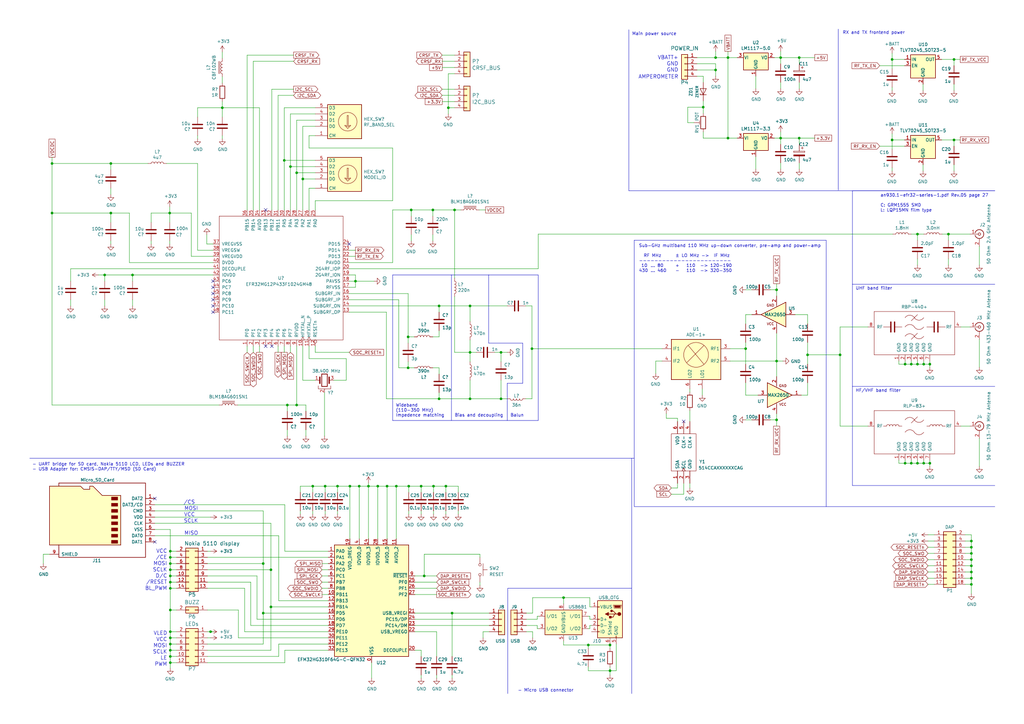
<source format=kicad_sch>
(kicad_sch (version 20230121) (generator eeschema)
  (paper "A3")
  (title_block (title "Remote Control Receiver") (date "2020-04-15"))
  (junction (at 318.516 118.872))
  (junction (at 69.85 228.6))
  (junction (at 119.126 68.326))
  (junction (at 320.167 56.642))
  (junction (at 116.586 65.786))
  (junction (at 167.386 150.876))
  (junction (at 69.85 238.76))
  (junction (at 69.85 236.22))
  (junction (at 167.64 199.39))
  (junction (at 91.186 44.196))
  (junction (at 42.926 112.776))
  (junction (at 69.85 271.78))
  (junction (at 147.32 199.39))
  (junction (at 373.761 149.352))
  (junction (at 218.186 143.002))
  (junction (at 45.466 67.056))
  (junction (at 69.596 87.376))
  (junction (at 391.287 24.384))
  (junction (at 69.85 261.62))
  (junction (at 86.36 259.08))
  (junction (at 376.301 96.012))
  (junction (at 128.27 199.39))
  (junction (at 107.95 231.14))
  (junction (at 391.287 57.404))
  (junction (at 398.4064 226.9834))
  (junction (at 378.841 189.992))
  (junction (at 124.206 73.406))
  (junction (at 371.221 189.992))
  (junction (at 162.56 199.39))
  (junction (at 398.4064 234.6034))
  (junction (at 107.95 251.46))
  (junction (at 378.841 149.352))
  (junction (at 54.356 112.776))
  (junction (at 117.856 166.116))
  (junction (at 69.85 226.06))
  (junction (at 173.99 236.22))
  (junction (at 398.4064 229.5234))
  (junction (at 298.577 23.622))
  (junction (at 327.787 56.642))
  (junction (at 69.85 241.3))
  (junction (at 177.546 86.106))
  (junction (at 168.656 86.106))
  (junction (at 398.4064 221.9034))
  (junction (at 121.666 166.116))
  (junction (at 21.336 67.056))
  (junction (at 381.381 149.352))
  (junction (at 331.216 145.542))
  (junction (at 69.85 233.68))
  (junction (at 250.19 264.541))
  (junction (at 192.786 163.576))
  (junction (at 398.4064 232.0634))
  (junction (at 182.88 199.39))
  (junction (at 180.086 125.476))
  (junction (at 183.896 44.196))
  (junction (at 69.85 264.16))
  (junction (at 21.336 87.376))
  (junction (at 376.301 189.992))
  (junction (at 327.787 23.622))
  (junction (at 69.85 259.08))
  (junction (at 133.35 199.39))
  (junction (at 381.381 189.992))
  (junction (at 192.786 144.526))
  (junction (at 45.466 87.376))
  (junction (at 344.551 145.542))
  (junction (at 373.761 189.992))
  (junction (at 143.51 199.39))
  (junction (at 293.497 23.622))
  (junction (at 185.42 251.46))
  (junction (at 365.887 57.404))
  (junction (at 111.125 233.68))
  (junction (at 365.887 24.384))
  (junction (at 180.086 163.576))
  (junction (at 121.666 70.866))
  (junction (at 158.75 199.39))
  (junction (at 241.3 264.541))
  (junction (at 288.417 43.942))
  (junction (at 293.497 28.702))
  (junction (at 192.786 125.476))
  (junction (at 69.85 266.7))
  (junction (at 69.85 250.19))
  (junction (at 318.516 172.212))
  (junction (at 305.816 143.002))
  (junction (at 69.85 231.14))
  (junction (at 138.43 199.39))
  (junction (at 154.94 199.39))
  (junction (at 298.577 56.642))
  (junction (at 205.486 163.576))
  (junction (at 205.486 144.526))
  (junction (at 389.001 96.012))
  (junction (at 186.436 86.106))
  (junction (at 145.796 115.316))
  (junction (at 398.4064 224.4434))
  (junction (at 172.72 199.39))
  (junction (at 111.125 248.92))
  (junction (at 398.4064 237.1434))
  (junction (at 69.85 269.24))
  (junction (at 177.8 199.39))
  (junction (at 231.14 245.11))
  (junction (at 318.516 148.082))
  (junction (at 167.386 138.176))
  (junction (at 320.167 23.622))
  (junction (at 398.4064 239.6834))
  (junction (at 250.19 275.082))
  (junction (at 376.301 149.352))
  (junction (at 371.221 149.352))
  (junction (at 151.13 199.39))
  (no_connect (at 111.506 141.986))
  (no_connect (at 280.416 172.847))
  (no_connect (at 87.376 125.476))
  (no_connect (at 87.376 115.316))
  (no_connect (at 63.5 204.47))
  (no_connect (at 87.376 120.396))
  (no_connect (at 63.5 222.25))
  (no_connect (at 87.376 117.856))
  (no_connect (at 87.376 122.936))
  (no_connect (at 87.376 128.016))
  (no_connect (at 108.966 86.106))
  (no_connect (at 143.256 100.076))
  (no_connect (at 108.966 141.986))
  (wire (pts (xy 242.57 254) (xy 241.935 254)))
  (wire (pts (xy 371.221 189.992) (xy 373.761 189.992)))
  (polyline (pts (xy 200.406 112.776) (xy 185.166 112.776)))
  (wire (pts (xy 158.496 128.016) (xy 158.496 163.576)))
  (wire (pts (xy 241.935 248.92) (xy 242.57 248.92)))
  (wire (pts (xy 344.551 134.112) (xy 344.551 145.542)))
  (wire (pts (xy 389.001 106.172) (xy 389.001 108.712)))
  (wire (pts (xy 177.546 138.176) (xy 180.086 138.176)))
  (wire (pts (xy 129.286 141.986) (xy 129.286 144.526)))
  (wire (pts (xy 368.681 149.352) (xy 371.221 149.352)))
  (wire (pts (xy 173.99 236.22) (xy 179.07 236.22)))
  (wire (pts (xy 318.516 136.652) (xy 318.516 148.082)))
  (wire (pts (xy 170.18 259.08) (xy 179.07 259.08)))
  (wire (pts (xy 114.046 141.986) (xy 114.046 144.526)))
  (wire (pts (xy 91.186 48.006) (xy 91.186 44.196)))
  (wire (pts (xy 288.417 43.942) (xy 282.067 43.942)))
  (wire (pts (xy 116.84 266.7) (xy 134.62 266.7)))
  (wire (pts (xy 111.125 233.68) (xy 111.125 248.92)))
  (wire (pts (xy 391.287 59.944) (xy 391.287 57.404)))
  (wire (pts (xy 218.44 259.08) (xy 215.9 259.08)))
  (wire (pts (xy 331.216 156.972) (xy 331.216 162.052)))
  (wire (pts (xy 54.356 122.936) (xy 54.356 125.476)))
  (wire (pts (xy 394.081 134.112) (xy 397.891 134.112)))
  (wire (pts (xy 134.62 226.06) (xy 116.84 226.06)))
  (wire (pts (xy 277.876 200.152) (xy 277.876 198.247)))
  (wire (pts (xy 273.304 171.577) (xy 277.876 171.577)))
  (wire (pts (xy 117.856 166.116) (xy 121.666 166.116)))
  (wire (pts (xy 133.096 161.036) (xy 133.096 178.816)))
  (wire (pts (xy 106.426 44.196) (xy 91.186 44.196)))
  (wire (pts (xy 151.13 199.39) (xy 151.13 220.98)))
  (wire (pts (xy 218.186 143.002) (xy 218.186 163.576)))
  (wire (pts (xy 195.326 144.526) (xy 192.786 144.526)))
  (wire (pts (xy 187.96 199.39) (xy 182.88 199.39)))
  (wire (pts (xy 241.935 252.73) (xy 241.3 252.73)))
  (wire (pts (xy 143.256 125.476) (xy 180.086 125.476)))
  (wire (pts (xy 69.85 231.14) (xy 69.85 233.68)))
  (wire (pts (xy 215.9 256.54) (xy 220.345 256.54)))
  (wire (pts (xy 185.42 276.86) (xy 185.42 278.13)))
  (wire (pts (xy 143.51 199.39) (xy 147.32 199.39)))
  (wire (pts (xy 87.376 102.616) (xy 81.026 102.616)))
  (wire (pts (xy 101.346 141.986) (xy 101.346 144.526)))
  (wire (pts (xy 365.887 68.834) (xy 365.887 70.104)))
  (wire (pts (xy 87.63 259.08) (xy 86.36 259.08)))
  (wire (pts (xy 218.44 261.62) (xy 218.44 259.08)))
  (wire (pts (xy 395.8664 239.6834) (xy 398.4064 239.6834)))
  (wire (pts (xy 380.6264 221.9034) (xy 383.1664 221.9034)))
  (wire (pts (xy 87.376 107.696) (xy 53.086 107.696)))
  (wire (pts (xy 344.551 134.112) (xy 355.981 134.112)))
  (wire (pts (xy 132.08 238.76) (xy 134.62 238.76)))
  (wire (pts (xy 192.786 155.956) (xy 192.786 163.576)))
  (polyline (pts (xy 349.631 158.496) (xy 349.631 199.136)))
  (wire (pts (xy 143.256 117.856) (xy 145.796 117.856)))
  (wire (pts (xy 69.85 250.19) (xy 72.39 250.19)))
  (wire (pts (xy 40.386 112.776) (xy 42.926 112.776)))
  (wire (pts (xy 395.8664 219.3634) (xy 398.4064 219.3634)))
  (wire (pts (xy 215.9 251.46) (xy 218.44 251.46)))
  (wire (pts (xy 310.007 31.242) (xy 310.007 36.322)))
  (wire (pts (xy 370.967 24.384) (xy 365.887 24.384)))
  (wire (pts (xy 167.64 199.39) (xy 162.56 199.39)))
  (wire (pts (xy 320.167 54.102) (xy 320.167 56.642)))
  (wire (pts (xy 241.935 254) (xy 241.935 252.73)))
  (wire (pts (xy 298.577 56.642) (xy 302.387 56.642)))
  (wire (pts (xy 85.09 266.7) (xy 111.125 266.7)))
  (polyline (pts (xy 259.08 241.3) (xy 208.28 241.3)))
  (wire (pts (xy 69.85 269.24) (xy 69.85 271.78)))
  (wire (pts (xy 373.761 149.352) (xy 376.301 149.352)))
  (wire (pts (xy 395.8664 237.1434) (xy 398.4064 237.1434)))
  (wire (pts (xy 172.72 209.55) (xy 172.72 210.82)))
  (wire (pts (xy 327.787 36.322) (xy 327.787 33.782)))
  (wire (pts (xy 205.486 163.576) (xy 208.026 163.576)))
  (wire (pts (xy 285.877 28.702) (xy 293.497 28.702)))
  (wire (pts (xy 132.08 243.84) (xy 134.62 243.84)))
  (wire (pts (xy 123.19 209.55) (xy 123.19 210.82)))
  (wire (pts (xy 180.086 150.876) (xy 180.086 153.416)))
  (wire (pts (xy 378.841 149.352) (xy 381.381 149.352)))
  (wire (pts (xy 250.19 275.082) (xy 250.19 273.558)))
  (wire (pts (xy 187.96 209.55) (xy 187.96 210.82)))
  (wire (pts (xy 373.761 148.082) (xy 373.761 149.352)))
  (wire (pts (xy 132.08 231.14) (xy 134.62 231.14)))
  (wire (pts (xy 63.5 209.55) (xy 107.95 209.55)))
  (wire (pts (xy 331.216 129.032) (xy 331.216 132.842)))
  (polyline (pts (xy 408.051 78.232) (xy 349.631 78.232)))
  (wire (pts (xy 368.681 189.992) (xy 371.221 189.992)))
  (wire (pts (xy 151.13 198.12) (xy 151.13 199.39)))
  (wire (pts (xy 299.466 148.082) (xy 318.516 148.082)))
  (wire (pts (xy 114.3 246.38) (xy 114.3 219.71)))
  (wire (pts (xy 154.94 199.39) (xy 158.75 199.39)))
  (wire (pts (xy 134.62 246.38) (xy 114.3 246.38)))
  (wire (pts (xy 389.001 96.012) (xy 397.891 96.012)))
  (wire (pts (xy 132.08 236.22) (xy 134.62 236.22)))
  (wire (pts (xy 181.356 39.116) (xy 186.436 39.116)))
  (wire (pts (xy 53.086 87.376) (xy 45.466 87.376)))
  (wire (pts (xy 177.8 209.55) (xy 177.8 210.82)))
  (wire (pts (xy 241.935 256.54) (xy 241.935 257.81)))
  (wire (pts (xy 376.301 149.352) (xy 378.841 149.352)))
  (wire (pts (xy 68.326 67.056) (xy 81.026 67.056)))
  (wire (pts (xy 133.35 201.93) (xy 133.35 199.39)))
  (polyline (pts (xy 12.192 187.96) (xy 260.096 187.96)))
  (wire (pts (xy 376.301 189.992) (xy 378.841 189.992)))
  (wire (pts (xy 310.007 64.262) (xy 310.007 69.342)))
  (wire (pts (xy 285.877 31.242) (xy 288.417 31.242)))
  (wire (pts (xy 21.336 67.056) (xy 21.336 87.376)))
  (wire (pts (xy 252.73 264.16) (xy 252.73 275.082)))
  (wire (pts (xy 252.73 275.082) (xy 250.19 275.082)))
  (wire (pts (xy 215.646 125.476) (xy 218.186 125.476)))
  (polyline (pts (xy 260.223 207.772) (xy 408.051 207.772)))
  (wire (pts (xy 376.301 96.012) (xy 378.841 96.012)))
  (wire (pts (xy 105.41 254) (xy 105.41 236.22)))
  (wire (pts (xy 72.39 231.14) (xy 69.85 231.14)))
  (wire (pts (xy 72.39 238.76) (xy 69.85 238.76)))
  (wire (pts (xy 143.256 128.016) (xy 158.496 128.016)))
  (wire (pts (xy 378.587 34.544) (xy 378.587 37.084)))
  (wire (pts (xy 391.287 26.924) (xy 391.287 24.384)))
  (wire (pts (xy 69.85 261.62) (xy 72.39 261.62)))
  (wire (pts (xy 116.586 86.106) (xy 116.586 65.786)))
  (wire (pts (xy 398.4064 234.6034) (xy 398.4064 237.1434)))
  (wire (pts (xy 250.19 275.082) (xy 250.19 276.86)))
  (wire (pts (xy 141.986 147.066) (xy 141.986 155.956)))
  (wire (pts (xy 381.381 189.992) (xy 381.381 191.262)))
  (wire (pts (xy 102.87 256.54) (xy 134.62 256.54)))
  (wire (pts (xy 128.27 199.39) (xy 128.27 201.93)))
  (wire (pts (xy 117.856 178.816) (xy 117.856 176.276)))
  (wire (pts (xy 215.9 254) (xy 220.345 254)))
  (wire (pts (xy 395.8664 232.0634) (xy 398.4064 232.0634)))
  (wire (pts (xy 119.126 86.106) (xy 119.126 68.326)))
  (wire (pts (xy 317.627 56.642) (xy 320.167 56.642)))
  (wire (pts (xy 124.206 86.106) (xy 124.206 73.406)))
  (wire (pts (xy 91.186 55.626) (xy 91.186 56.896)))
  (wire (pts (xy 331.216 145.542) (xy 331.216 149.352)))
  (polyline (pts (xy 185.166 112.776) (xy 185.166 172.466)))
  (wire (pts (xy 54.356 112.776) (xy 87.376 112.776)))
  (wire (pts (xy 123.19 201.93) (xy 123.19 199.39)))
  (wire (pts (xy 381.381 149.352) (xy 381.381 148.082)))
  (wire (pts (xy 126.746 55.626) (xy 126.746 60.706)))
  (wire (pts (xy 398.4064 219.3634) (xy 398.4064 221.9034)))
  (wire (pts (xy 231.14 262.89) (xy 231.14 264.541)))
  (wire (pts (xy 145.796 102.616) (xy 143.256 102.616)))
  (wire (pts (xy 371.221 188.722) (xy 371.221 189.992)))
  (wire (pts (xy 370.967 59.944) (xy 360.807 59.944)))
  (wire (pts (xy 129.286 49.276) (xy 121.666 49.276)))
  (wire (pts (xy 105.41 254) (xy 134.62 254)))
  (polyline (pts (xy 343.789 11.938) (xy 343.789 77.978)))
  (wire (pts (xy 305.816 140.462) (xy 305.816 143.002)))
  (wire (pts (xy 241.935 257.81) (xy 241.3 257.81)))
  (wire (pts (xy 85.09 271.78) (xy 116.84 271.78)))
  (wire (pts (xy 365.887 21.844) (xy 365.887 24.384)))
  (polyline (pts (xy 257.937 12.192) (xy 257.937 78.232)))
  (wire (pts (xy 293.497 23.622) (xy 298.577 23.622)))
  (wire (pts (xy 126.746 86.106) (xy 126.746 77.216)))
  (wire (pts (xy 69.596 84.836) (xy 69.596 87.376)))
  (wire (pts (xy 129.286 55.626) (xy 126.746 55.626)))
  (wire (pts (xy 54.356 115.316) (xy 54.356 112.776)))
  (wire (pts (xy 69.85 269.24) (xy 72.39 269.24)))
  (wire (pts (xy 85.09 231.14) (xy 107.95 231.14)))
  (wire (pts (xy 69.85 226.06) (xy 69.85 228.6)))
  (wire (pts (xy 167.386 150.876) (xy 163.576 150.876)))
  (wire (pts (xy 398.4064 226.9834) (xy 398.4064 229.5234)))
  (wire (pts (xy 129.286 68.326) (xy 119.126 68.326)))
  (polyline (pts (xy 200.406 112.776) (xy 220.726 112.776)))
  (wire (pts (xy 89.916 166.116) (xy 21.336 166.116)))
  (wire (pts (xy 132.08 241.3) (xy 134.62 241.3)))
  (wire (pts (xy 185.42 251.46) (xy 185.42 269.24)))
  (wire (pts (xy 84.836 96.266) (xy 84.836 100.076)))
  (wire (pts (xy 63.5 217.17) (xy 69.85 217.17)))
  (wire (pts (xy 298.577 23.622) (xy 302.387 23.622)))
  (wire (pts (xy 97.536 166.116) (xy 117.856 166.116)))
  (polyline (pts (xy 408.051 116.586) (xy 349.631 116.586)))
  (wire (pts (xy 103.886 86.106) (xy 103.886 25.146)))
  (wire (pts (xy 371.221 148.082) (xy 371.221 149.352)))
  (wire (pts (xy 321.056 148.082) (xy 318.516 148.082)))
  (wire (pts (xy 170.18 243.84) (xy 179.07 243.84)))
  (wire (pts (xy 231.14 264.541) (xy 241.3 264.541)))
  (wire (pts (xy 170.18 251.46) (xy 185.42 251.46)))
  (wire (pts (xy 365.887 35.814) (xy 365.887 37.084)))
  (wire (pts (xy 391.287 57.404) (xy 393.827 57.404)))
  (wire (pts (xy 158.496 163.576) (xy 180.086 163.576)))
  (wire (pts (xy 143.256 122.936) (xy 163.576 122.936)))
  (wire (pts (xy 69.85 238.76) (xy 69.85 241.3)))
  (wire (pts (xy 376.301 106.172) (xy 376.301 108.712)))
  (wire (pts (xy 116.586 144.526) (xy 116.586 141.986)))
  (wire (pts (xy 72.39 226.06) (xy 69.85 226.06)))
  (wire (pts (xy 103.886 25.146) (xy 120.396 25.146)))
  (wire (pts (xy 100.33 259.08) (xy 100.33 241.3)))
  (wire (pts (xy 138.43 209.55) (xy 138.43 210.82)))
  (wire (pts (xy 275.336 200.152) (xy 277.876 200.152)))
  (wire (pts (xy 181.356 41.656) (xy 186.436 41.656)))
  (wire (pts (xy 231.14 247.65) (xy 231.14 245.11)))
  (wire (pts (xy 116.84 207.01) (xy 116.84 226.06)))
  (wire (pts (xy 218.186 143.002) (xy 271.526 143.002)))
  (wire (pts (xy 378.587 67.564) (xy 378.587 70.104)))
  (wire (pts (xy 85.09 236.22) (xy 105.41 236.22)))
  (wire (pts (xy 380.6264 224.4434) (xy 383.1664 224.4434)))
  (wire (pts (xy 85.09 259.08) (xy 86.36 259.08)))
  (wire (pts (xy 293.497 28.702) (xy 293.497 31.242)))
  (wire (pts (xy 69.596 91.186) (xy 69.596 87.376)))
  (wire (pts (xy 192.786 163.576) (xy 205.486 163.576)))
  (wire (pts (xy 78.486 105.156) (xy 78.486 87.376)))
  (polyline (pts (xy 208.026 157.226) (xy 214.376 157.226)))
  (wire (pts (xy 69.85 228.6) (xy 69.85 231.14)))
  (wire (pts (xy 69.85 261.62) (xy 69.85 264.16)))
  (wire (pts (xy 180.086 128.016) (xy 180.086 125.476)))
  (wire (pts (xy 299.466 143.002) (xy 305.816 143.002)))
  (wire (pts (xy 45.466 69.596) (xy 45.466 67.056)))
  (wire (pts (xy 117.856 166.116) (xy 117.856 168.656)))
  (wire (pts (xy 196.85 238.76) (xy 196.85 240.03)))
  (wire (pts (xy 177.546 86.106) (xy 186.436 86.106)))
  (wire (pts (xy 151.13 199.39) (xy 154.94 199.39)))
  (wire (pts (xy 395.8664 226.9834) (xy 398.4064 226.9834)))
  (wire (pts (xy 107.95 231.14) (xy 107.95 251.46)))
  (wire (pts (xy 331.216 140.462) (xy 331.216 145.542)))
  (polyline (pts (xy 349.631 116.586) (xy 349.631 158.496)))
  (wire (pts (xy 317.627 23.622) (xy 320.167 23.622)))
  (wire (pts (xy 380.6264 226.9834) (xy 383.1664 226.9834)))
  (wire (pts (xy 381.381 189.992) (xy 381.381 188.722)))
  (wire (pts (xy 386.461 96.012) (xy 389.001 96.012)))
  (wire (pts (xy 91.186 44.196) (xy 81.026 44.196)))
  (wire (pts (xy 126.746 77.216) (xy 129.286 77.216)))
  (wire (pts (xy 331.216 162.052) (xy 328.676 162.052)))
  (wire (pts (xy 395.8664 229.5234) (xy 398.4064 229.5234)))
  (wire (pts (xy 310.896 162.052) (xy 305.816 162.052)))
  (wire (pts (xy 21.336 87.376) (xy 45.466 87.376)))
  (polyline (pts (xy 259.08 187.96) (xy 259.08 284.48)))
  (wire (pts (xy 386.207 24.384) (xy 391.287 24.384)))
  (wire (pts (xy 161.036 60.706) (xy 161.036 82.296)))
  (wire (pts (xy 187.96 201.93) (xy 187.96 199.39)))
  (wire (pts (xy 220.726 96.012) (xy 220.726 110.236)))
  (wire (pts (xy 168.656 86.106) (xy 177.546 86.106)))
  (wire (pts (xy 218.44 251.46) (xy 218.44 245.11)))
  (wire (pts (xy 60.706 67.056) (xy 45.466 67.056)))
  (wire (pts (xy 185.42 251.46) (xy 200.66 251.46)))
  (wire (pts (xy 172.72 199.39) (xy 167.64 199.39)))
  (wire (pts (xy 177.8 199.39) (xy 177.8 201.93)))
  (wire (pts (xy 395.8664 224.4434) (xy 398.4064 224.4434)))
  (wire (pts (xy 305.816 172.212) (xy 308.356 172.212)))
  (wire (pts (xy 327.787 59.182) (xy 327.787 56.642)))
  (wire (pts (xy 100.33 259.08) (xy 134.62 259.08)))
  (wire (pts (xy 145.796 112.776) (xy 145.796 115.316)))
  (wire (pts (xy 182.88 199.39) (xy 177.8 199.39)))
  (wire (pts (xy 87.376 105.156) (xy 78.486 105.156)))
  (wire (pts (xy 63.5 214.63) (xy 111.125 214.63)))
  (wire (pts (xy 173.99 236.22) (xy 173.99 227.33)))
  (wire (pts (xy 167.386 148.336) (xy 167.386 150.876)))
  (wire (pts (xy 126.746 60.706) (xy 161.036 60.706)))
  (wire (pts (xy 107.95 209.55) (xy 107.95 231.14)))
  (wire (pts (xy 145.796 105.156) (xy 143.256 105.156)))
  (wire (pts (xy 42.926 112.776) (xy 42.926 115.316)))
  (wire (pts (xy 102.87 238.76) (xy 85.09 238.76)))
  (wire (pts (xy 85.09 233.68) (xy 111.125 233.68)))
  (wire (pts (xy 129.286 51.816) (xy 124.206 51.816)))
  (wire (pts (xy 173.99 227.33) (xy 196.85 227.33)))
  (polyline (pts (xy 185.166 112.776) (xy 161.036 112.776)))
  (wire (pts (xy 192.786 131.826) (xy 192.786 125.476)))
  (wire (pts (xy 161.036 86.106) (xy 168.656 86.106)))
  (wire (pts (xy 320.167 56.642) (xy 327.787 56.642)))
  (wire (pts (xy 180.086 138.176) (xy 180.086 135.636)))
  (polyline (pts (xy 208.28 241.3) (xy 208.28 284.48)))
  (wire (pts (xy 172.72 269.24) (xy 172.72 266.7)))
  (wire (pts (xy 114.046 39.116) (xy 120.396 39.116)))
  (wire (pts (xy 318.516 118.872) (xy 318.516 121.412)))
  (wire (pts (xy 331.216 145.542) (xy 344.551 145.542)))
  (wire (pts (xy 177.546 150.876) (xy 180.086 150.876)))
  (wire (pts (xy 376.301 148.082) (xy 376.301 149.352)))
  (wire (pts (xy 182.88 199.39) (xy 182.88 201.93)))
  (wire (pts (xy 133.35 199.39) (xy 138.43 199.39)))
  (wire (pts (xy 125.476 178.816) (xy 125.476 176.276)))
  (wire (pts (xy 116.586 65.786) (xy 116.586 44.196)))
  (wire (pts (xy 167.64 199.39) (xy 167.64 201.93)))
  (polyline (pts (xy 208.026 157.226) (xy 208.026 172.466)))
  (wire (pts (xy 129.286 82.296) (xy 129.286 86.106)))
  (wire (pts (xy 158.75 199.39) (xy 158.75 220.98)))
  (wire (pts (xy 21.336 64.516) (xy 21.336 67.056)))
  (wire (pts (xy 198.12 259.08) (xy 198.12 261.62)))
  (wire (pts (xy 373.761 188.722) (xy 373.761 189.992)))
  (polyline (pts (xy 338.836 98.552) (xy 338.836 207.772)))
  (wire (pts (xy 124.206 155.956) (xy 129.286 155.956)))
  (wire (pts (xy 205.486 148.336) (xy 205.486 144.526)))
  (wire (pts (xy 78.486 87.376) (xy 69.596 87.376)))
  (wire (pts (xy 69.85 236.22) (xy 69.85 238.76)))
  (wire (pts (xy 401.701 108.712) (xy 401.701 101.092)))
  (wire (pts (xy 192.786 144.526) (xy 192.786 148.336)))
  (wire (pts (xy 318.516 116.332) (xy 318.516 118.872)))
  (wire (pts (xy 111.506 86.106) (xy 111.506 36.576)))
  (wire (pts (xy 293.497 26.162) (xy 285.877 26.162)))
  (wire (pts (xy 215.646 163.576) (xy 218.186 163.576)))
  (wire (pts (xy 380.6264 219.3634) (xy 383.1664 219.3634)))
  (wire (pts (xy 366.141 96.012) (xy 220.726 96.012)))
  (wire (pts (xy 116.84 271.78) (xy 116.84 266.7)))
  (wire (pts (xy 21.336 87.376) (xy 21.336 166.116)))
  (polyline (pts (xy 161.036 112.776) (xy 161.036 172.466)))
  (wire (pts (xy 85.09 250.19) (xy 97.79 250.19)))
  (wire (pts (xy 158.75 199.39) (xy 162.56 199.39)))
  (wire (pts (xy 121.666 166.116) (xy 125.476 166.116)))
  (wire (pts (xy 186.436 86.106) (xy 188.976 86.106)))
  (wire (pts (xy 181.356 27.686) (xy 186.436 27.686)))
  (wire (pts (xy 293.497 28.702) (xy 293.497 26.162)))
  (wire (pts (xy 161.036 82.296) (xy 129.286 82.296)))
  (wire (pts (xy 181.356 36.576) (xy 186.436 36.576)))
  (wire (pts (xy 167.386 150.876) (xy 169.926 150.876)))
  (polyline (pts (xy 349.631 158.496) (xy 408.051 158.496)))
  (wire (pts (xy 129.286 144.526) (xy 143.256 144.526)))
  (wire (pts (xy 288.417 43.942) (xy 288.417 41.402)))
  (wire (pts (xy 85.09 264.16) (xy 107.95 264.16)))
  (wire (pts (xy 282.067 43.942) (xy 282.067 50.292)))
  (wire (pts (xy 305.816 143.002) (xy 305.816 149.352)))
  (wire (pts (xy 145.796 117.856) (xy 145.796 115.316)))
  (wire (pts (xy 69.85 259.08) (xy 72.39 259.08)))
  (wire (pts (xy 220.345 257.81) (xy 220.345 256.54)))
  (wire (pts (xy 170.18 236.22) (xy 173.99 236.22)))
  (wire (pts (xy 61.976 91.186) (xy 61.976 87.376)))
  (wire (pts (xy 147.32 199.39) (xy 151.13 199.39)))
  (wire (pts (xy 334.137 56.642) (xy 327.787 56.642)))
  (wire (pts (xy 241.3 265.938) (xy 241.3 264.541)))
  (wire (pts (xy 380.6264 234.6034) (xy 383.1664 234.6034)))
  (wire (pts (xy 121.666 86.106) (xy 121.666 70.866)))
  (wire (pts (xy 198.12 259.08) (xy 200.66 259.08)))
  (wire (pts (xy 380.6264 237.1434) (xy 383.1664 237.1434)))
  (wire (pts (xy 141.986 155.956) (xy 136.906 155.956)))
  (wire (pts (xy 170.18 241.3) (xy 179.07 241.3)))
  (wire (pts (xy 72.39 233.68) (xy 69.85 233.68)))
  (wire (pts (xy 320.167 21.082) (xy 320.167 23.622)))
  (wire (pts (xy 100.33 241.3) (xy 85.09 241.3)))
  (wire (pts (xy 63.5 212.09) (xy 86.36 212.09)))
  (wire (pts (xy 121.666 70.866) (xy 121.666 49.276)))
  (wire (pts (xy 368.681 188.722) (xy 368.681 189.992)))
  (wire (pts (xy 318.516 148.082) (xy 318.516 154.432)))
  (wire (pts (xy 186.436 30.226) (xy 183.896 30.226)))
  (wire (pts (xy 327.787 69.342) (xy 327.787 66.802)))
  (wire (pts (xy 373.761 189.992) (xy 376.301 189.992)))
  (wire (pts (xy 181.356 22.606) (xy 186.436 22.606)))
  (wire (pts (xy 398.4064 221.9034) (xy 398.4064 224.4434)))
  (wire (pts (xy 45.466 98.806) (xy 45.466 100.076)))
  (wire (pts (xy 271.526 148.082) (xy 268.986 148.082)))
  (polyline (pts (xy 257.937 78.232) (xy 408.051 78.232)))
  (wire (pts (xy 378.841 188.722) (xy 378.841 189.992)))
  (wire (pts (xy 320.167 66.802) (xy 320.167 69.342)))
  (wire (pts (xy 28.956 110.236) (xy 28.956 115.316)))
  (wire (pts (xy 114.3 219.71) (xy 63.5 219.71)))
  (wire (pts (xy 170.18 238.76) (xy 179.07 238.76)))
  (wire (pts (xy 327.787 26.162) (xy 327.787 23.622)))
  (wire (pts (xy 119.126 68.326) (xy 119.126 46.736)))
  (wire (pts (xy 378.841 148.082) (xy 378.841 149.352)))
  (wire (pts (xy 69.85 264.16) (xy 72.39 264.16)))
  (wire (pts (xy 318.516 118.872) (xy 315.976 118.872)))
  (polyline (pts (xy 260.096 98.552) (xy 260.096 207.772)))
  (wire (pts (xy 124.206 73.406) (xy 124.206 51.816)))
  (wire (pts (xy 282.956 198.247) (xy 282.956 200.152)))
  (wire (pts (xy 242.57 256.54) (xy 241.935 256.54)))
  (wire (pts (xy 186.436 114.046) (xy 186.436 86.106)))
  (polyline (pts (xy 220.726 112.776) (xy 220.726 172.466)))
  (wire (pts (xy 298.577 23.622) (xy 298.577 56.642)))
  (wire (pts (xy 147.32 199.39) (xy 147.32 220.98)))
  (wire (pts (xy 168.656 86.106) (xy 168.656 88.646)))
  (wire (pts (xy 318.516 172.212) (xy 318.516 169.672)))
  (wire (pts (xy 81.026 55.626) (xy 81.026 56.896)))
  (wire (pts (xy 69.85 233.68) (xy 69.85 236.22)))
  (wire (pts (xy 169.926 138.176) (xy 167.386 138.176)))
  (wire (pts (xy 128.27 199.39) (xy 133.35 199.39)))
  (wire (pts (xy 69.85 266.7) (xy 69.85 269.24)))
  (wire (pts (xy 320.167 56.642) (xy 320.167 59.182)))
  (wire (pts (xy 119.126 141.986) (xy 119.126 144.526)))
  (wire (pts (xy 373.761 96.012) (xy 376.301 96.012)))
  (wire (pts (xy 280.416 202.692) (xy 280.416 198.247)))
  (wire (pts (xy 28.956 122.936) (xy 28.956 125.476)))
  (wire (pts (xy 69.85 217.17) (xy 69.85 226.06)))
  (wire (pts (xy 381.381 149.352) (xy 381.381 150.622)))
  (wire (pts (xy 401.701 191.262) (xy 401.701 179.832)))
  (polyline (pts (xy 161.036 172.466) (xy 220.726 172.466)))
  (wire (pts (xy 154.94 199.39) (xy 154.94 220.98)))
  (wire (pts (xy 106.426 44.196) (xy 106.426 86.106)))
  (wire (pts (xy 45.466 77.216) (xy 45.466 79.756)))
  (wire (pts (xy 180.086 161.036) (xy 180.086 163.576)))
  (polyline (pts (xy 260.096 98.552) (xy 338.836 98.552)))
  (wire (pts (xy 129.286 73.406) (xy 124.206 73.406)))
  (wire (pts (xy 81.026 48.006) (xy 81.026 44.196)))
  (wire (pts (xy 282.956 168.402) (xy 282.956 172.847)))
  (wire (pts (xy 123.19 199.39) (xy 128.27 199.39)))
  (wire (pts (xy 220.345 254) (xy 220.345 252.73)))
  (wire (pts (xy 398.4064 237.1434) (xy 398.4064 239.6834)))
  (wire (pts (xy 186.436 44.196) (xy 183.896 44.196)))
  (wire (pts (xy 172.72 266.7) (xy 170.18 266.7)))
  (wire (pts (xy 376.301 98.552) (xy 376.301 96.012)))
  (wire (pts (xy 398.4064 232.0634) (xy 398.4064 234.6034)))
  (wire (pts (xy 111.125 214.63) (xy 111.125 233.68)))
  (wire (pts (xy 182.88 209.55) (xy 182.88 210.82)))
  (wire (pts (xy 231.14 245.11) (xy 241.935 245.11)))
  (wire (pts (xy 401.701 150.622) (xy 401.701 139.192)))
  (wire (pts (xy 168.656 98.806) (xy 168.656 96.266)))
  (wire (pts (xy 132.08 233.68) (xy 134.62 233.68)))
  (wire (pts (xy 114.3 269.24) (xy 114.3 264.16)))
  (wire (pts (xy 124.206 155.956) (xy 124.206 141.986)))
  (wire (pts (xy 370.967 26.924) (xy 360.807 26.924)))
  (wire (pts (xy 69.85 266.7) (xy 72.39 266.7)))
  (wire (pts (xy 331.216 129.032) (xy 326.136 129.032)))
  (wire (pts (xy 91.186 31.496) (xy 91.186 34.036)))
  (wire (pts (xy 395.8664 221.9034) (xy 398.4064 221.9034)))
  (wire (pts (xy 42.926 122.936) (xy 42.926 125.476)))
  (wire (pts (xy 143.256 112.776) (xy 145.796 112.776)))
  (wire (pts (xy 305.816 129.032) (xy 308.356 129.032)))
  (wire (pts (xy 81.026 67.056) (xy 81.026 102.616)))
  (wire (pts (xy 45.466 67.056) (xy 21.336 67.056)))
  (wire (pts (xy 61.976 98.806) (xy 61.976 100.076)))
  (wire (pts (xy 220.345 257.81) (xy 220.98 257.81)))
  (wire (pts (xy 101.346 86.106) (xy 101.346 22.606)))
  (wire (pts (xy 241.3 264.541) (xy 250.19 264.541)))
  (wire (pts (xy 268.986 148.082) (xy 268.986 153.162)))
  (wire (pts (xy 179.07 259.08) (xy 179.07 269.24)))
  (wire (pts (xy 205.486 155.956) (xy 205.486 163.576)))
  (wire (pts (xy 28.956 110.236) (xy 87.376 110.236)))
  (wire (pts (xy 167.386 138.176) (xy 167.386 140.716)))
  (polyline (pts (xy 200.406 140.716) (xy 200.406 112.776)))
  (wire (pts (xy 69.85 259.08) (xy 69.85 261.62)))
  (wire (pts (xy 17.78 227.33) (xy 17.78 231.14)))
  (wire (pts (xy 320.167 33.782) (xy 320.167 36.322)))
  (wire (pts (xy 282.067 50.292) (xy 284.607 50.292)))
  (wire (pts (xy 162.56 199.39) (xy 162.56 220.98)))
  (wire (pts (xy 107.95 251.46) (xy 134.62 251.46)))
  (wire (pts (xy 69.85 271.78) (xy 72.39 271.78)))
  (wire (pts (xy 85.09 269.24) (xy 114.3 269.24)))
  (wire (pts (xy 138.43 199.39) (xy 138.43 201.93)))
  (wire (pts (xy 45.466 91.186) (xy 45.466 87.376)))
  (wire (pts (xy 250.19 264.541) (xy 250.19 265.938)))
  (wire (pts (xy 129.286 65.786) (xy 116.586 65.786)))
  (wire (pts (xy 69.85 241.3) (xy 69.85 250.19)))
  (wire (pts (xy 181.356 25.146) (xy 186.436 25.146)))
  (wire (pts (xy 192.786 125.476) (xy 208.026 125.476)))
  (wire (pts (xy 398.4064 224.4434) (xy 398.4064 226.9834)))
  (wire (pts (xy 111.506 36.576) (xy 120.396 36.576)))
  (wire (pts (xy 183.896 30.226) (xy 183.896 44.196)))
  (wire (pts (xy 111.125 248.92) (xy 134.62 248.92)))
  (polyline (pts (xy 349.631 78.232) (xy 349.631 116.586)))
  (wire (pts (xy 273.304 169.672) (xy 273.304 171.577)))
  (wire (pts (xy 241.3 273.558) (xy 241.3 275.082)))
  (polyline (pts (xy 214.376 140.716) (xy 200.406 140.716)))
  (wire (pts (xy 177.546 98.806) (xy 177.546 96.266)))
  (wire (pts (xy 129.286 44.196) (xy 116.586 44.196)))
  (wire (pts (xy 143.256 107.696) (xy 161.036 107.696)))
  (wire (pts (xy 288.417 31.242) (xy 288.417 33.782)))
  (wire (pts (xy 138.43 199.39) (xy 143.51 199.39)))
  (wire (pts (xy 91.186 41.656) (xy 91.186 44.196)))
  (wire (pts (xy 218.186 125.476) (xy 218.186 143.002)))
  (wire (pts (xy 320.167 23.622) (xy 320.167 26.162)))
  (wire (pts (xy 129.286 46.736) (xy 119.126 46.736)))
  (wire (pts (xy 180.086 125.476) (xy 192.786 125.476)))
  (wire (pts (xy 121.666 141.986) (xy 121.666 166.116)))
  (wire (pts (xy 72.39 228.6) (xy 69.85 228.6)))
  (wire (pts (xy 91.186 21.336) (xy 91.186 23.876)))
  (wire (pts (xy 163.576 122.936) (xy 163.576 150.876)))
  (wire (pts (xy 145.796 115.316) (xy 143.256 115.316)))
  (wire (pts (xy 186.436 144.526) (xy 186.436 121.666)))
  (wire (pts (xy 145.796 115.316) (xy 153.416 115.316)))
  (wire (pts (xy 202.946 144.526) (xy 205.486 144.526)))
  (wire (pts (xy 126.746 147.066) (xy 141.986 147.066)))
  (wire (pts (xy 320.167 23.622) (xy 327.787 23.622)))
  (wire (pts (xy 69.596 87.376) (xy 61.976 87.376)))
  (wire (pts (xy 172.72 276.86) (xy 172.72 278.13)))
  (wire (pts (xy 114.046 86.106) (xy 114.046 39.116)))
  (wire (pts (xy 218.44 245.11) (xy 231.14 245.11)))
  (wire (pts (xy 133.35 209.55) (xy 133.35 210.82)))
  (wire (pts (xy 282.956 160.782) (xy 282.956 159.512)))
  (wire (pts (xy 298.577 21.082) (xy 298.577 23.622)))
  (wire (pts (xy 376.301 188.722) (xy 376.301 189.992)))
  (wire (pts (xy 143.51 199.39) (xy 143.51 220.98)))
  (wire (pts (xy 172.72 199.39) (xy 172.72 201.93)))
  (wire (pts (xy 250.19 264.16) (xy 250.19 264.541)))
  (wire (pts (xy 386.207 57.404) (xy 391.287 57.404)))
  (wire (pts (xy 102.87 256.54) (xy 102.87 238.76)))
  (wire (pts (xy 275.336 202.692) (xy 280.416 202.692)))
  (wire (pts (xy 241.935 245.11) (xy 241.935 248.92)))
  (wire (pts (xy 161.036 107.696) (xy 161.036 86.106)))
  (wire (pts (xy 170.18 256.54) (xy 200.66 256.54)))
  (wire (pts (xy 298.577 56.642) (xy 288.417 56.642)))
  (wire (pts (xy 365.887 54.864) (xy 365.887 57.404)))
  (wire (pts (xy 365.887 61.214) (xy 365.887 57.404)))
  (wire (pts (xy 85.09 228.6) (xy 134.62 228.6)))
  (wire (pts (xy 167.386 120.396) (xy 167.386 138.176)))
  (wire (pts (xy 69.85 271.78) (xy 69.85 274.066)))
  (wire (pts (xy 285.877 23.622) (xy 293.497 23.622)))
  (wire (pts (xy 334.137 23.622) (xy 327.787 23.622)))
  (wire (pts (xy 170.18 254) (xy 200.66 254)))
  (wire (pts (xy 125.476 166.116) (xy 125.476 168.656)))
  (wire (pts (xy 355.981 174.752) (xy 344.551 174.752)))
  (wire (pts (xy 179.07 276.86) (xy 179.07 278.13)))
  (wire (pts (xy 368.681 148.082) (xy 368.681 149.352)))
  (wire (pts (xy 192.786 139.446) (xy 192.786 144.526)))
  (wire (pts (xy 192.786 144.526) (xy 186.436 144.526)))
  (wire (pts (xy 69.85 264.16) (xy 69.85 266.7)))
  (wire (pts (xy 128.27 209.55) (xy 128.27 210.82)))
  (wire (pts (xy 53.086 87.376) (xy 53.086 107.696)))
  (wire (pts (xy 196.85 227.33) (xy 196.85 228.6)))
  (wire (pts (xy 20.32 227.33) (xy 17.78 227.33)))
  (wire (pts (xy 69.85 241.3) (xy 72.39 241.3)))
  (wire (pts (xy 389.001 96.012) (xy 389.001 98.552)))
  (wire (pts (xy 305.816 162.052) (xy 305.816 156.972)))
  (wire (pts (xy 114.3 264.16) (xy 134.62 264.16)))
  (wire (pts (xy 126.746 141.986) (xy 126.746 147.066)))
  (wire (pts (xy 277.876 171.577) (xy 277.876 172.847)))
  (wire (pts (xy 380.6264 232.0634) (xy 383.1664 232.0634)))
  (wire (pts (xy 143.256 120.396) (xy 167.386 120.396)))
  (wire (pts (xy 72.39 236.22) (xy 69.85 236.22)))
  (wire (pts (xy 183.896 44.196) (xy 183.896 46.736)))
  (wire (pts (xy 371.221 149.352) (xy 373.761 149.352)))
  (wire (pts (xy 116.84 207.01) (xy 63.5 207.01)))
  (wire (pts (xy 152.4 271.78) (xy 152.4 278.13)))
  (wire (pts (xy 85.09 226.06) (xy 86.36 226.06)))
  (wire (pts (xy 167.64 209.55) (xy 167.64 210.82)))
  (wire (pts (xy 380.6264 229.5234) (xy 383.1664 229.5234)))
  (wire (pts (xy 365.887 28.194) (xy 365.887 24.384)))
  (wire (pts (xy 69.596 98.806) (xy 69.596 100.076)))
  (wire (pts (xy 391.287 67.564) (xy 391.287 70.104)))
  (wire (pts (xy 106.426 144.526) (xy 106.426 141.986)))
  (wire (pts (xy 97.79 250.19) (xy 97.79 261.62)))
  (wire (pts (xy 398.4064 229.5234) (xy 398.4064 232.0634)))
  (wire (pts (xy 288.036 159.512) (xy 288.036 162.052)))
  (wire (pts (xy 318.516 174.752) (xy 318.516 172.212)))
  (wire (pts (xy 205.486 144.526) (xy 208.026 144.526)))
  (wire (pts (xy 220.345 252.73) (xy 220.98 252.73)))
  (wire (pts (xy 293.497 21.082) (xy 293.497 23.622)))
  (wire (pts (xy 370.967 57.404) (xy 365.887 57.404)))
  (wire (pts (xy 177.546 86.106) (xy 177.546 88.646)))
  (wire (pts (xy 344.551 145.542) (xy 344.551 174.752)))
  (wire (pts (xy 111.125 248.92) (xy 111.125 266.7)))
  (wire (pts (xy 220.726 110.236) (xy 143.256 110.236)))
  (wire (pts (xy 97.79 261.62) (xy 134.62 261.62)))
  (wire (pts (xy 177.8 199.39) (xy 172.72 199.39)))
  (wire (pts (xy 85.09 261.62) (xy 86.36 261.62)))
  (wire (pts (xy 288.417 54.102) (xy 288.417 56.642)))
  (polyline (pts (xy 214.376 157.226) (xy 214.376 140.716)))
  (wire (pts (xy 199.136 86.106) (xy 196.596 86.106)))
  (wire (pts (xy 288.417 46.482) (xy 288.417 43.942)))
  (wire (pts (xy 378.841 189.992) (xy 381.381 189.992)))
  (wire (pts (xy 42.926 112.776) (xy 54.356 112.776)))
  (wire (pts (xy 103.886 141.986) (xy 103.886 144.526)))
  (wire (pts (xy 101.346 22.606) (xy 120.396 22.606)))
  (wire (pts (xy 308.356 118.872) (xy 305.816 118.872)))
  (wire (pts (xy 180.086 163.576) (xy 192.786 163.576)))
  (wire (pts (xy 380.6264 239.6834) (xy 383.1664 239.6834)))
  (wire (pts (xy 395.8664 234.6034) (xy 398.4064 234.6034)))
  (wire (pts (xy 318.516 172.212) (xy 315.976 172.212)))
  (wire (pts (xy 107.95 251.46) (xy 107.95 264.16)))
  (wire (pts (xy 391.287 24.384) (xy 393.827 24.384)))
  (wire (pts (xy 87.376 100.076) (xy 84.836 100.076)))
  (wire (pts (xy 394.081 174.752) (xy 397.891 174.752)))
  (wire (pts (xy 69.85 250.19) (xy 69.85 259.08)))
  (wire (pts (xy 250.19 275.082) (xy 241.3 275.082)))
  (wire (pts (xy 305.816 129.032) (xy 305.816 132.842)))
  (polyline (pts (xy 349.631 199.136) (xy 408.051 199.136)))
  (wire (pts (xy 391.287 34.544) (xy 391.287 37.084)))
  (wire (pts (xy 129.286 70.866) (xy 121.666 70.866)))
  (wire (pts (xy 398.4064 239.6834) (xy 398.4064 243.4934)))
  (text "Balun" (at 209.296 171.196 0) (effects (font (size 1.27 1.27)) (justify left bottom)))
  (text "SCLK" (at 68.58 268.351 0) (effects (font (size 1.524 1.524)) (justify right bottom)))
  (text "BL_PWM" (at 68.58 242.316 0) (effects (font (size 1.524 1.524)) (justify right bottom)))
  (text "GND" (at 278.257 29.718 0) (effects (font (size 1.524 1.524)) (justify right bottom)))
  (text "VBATT+" (at 278.257 24.638 0) (effects (font (size 1.524 1.524)) (justify right bottom)))
  (text "D/C" (at 68.58 237.236 0) (effects (font (size 1.524 1.524)) (justify right bottom)))
  (text "VCC" (at 68.58 263.271 0) (effects (font (size 1.524 1.524)) (justify right bottom)))
  (text "- Micro USB connector" (at 212.344 283.972 0) (effects (font (size 1.27 1.27)) (justify left bottom)))
  (text "/CS" (at 80.01 207.01 0) (effects (font (size 1.524 1.524)) (justify right bottom)))
  (text "Bias and decoupling" (at 186.436 171.196 0) (effects (font (size 1.27 1.27)) (justify left bottom)))
  (text "Wideband\n(110-350 MHz)\nImpedence matching" (at 162.306 171.196 0) (effects (font (size 1.27 1.27)) (justify left bottom)))
  (text "VCC" (at 68.58 227.076 0) (effects (font (size 1.524 1.524)) (justify right bottom)))
  (text "MISO" (at 81.28 219.71 0) (effects (font (size 1.524 1.524)) (justify right bottom)))
  (text "MOSI" (at 81.28 209.55 0) (effects (font (size 1.524 1.524)) (justify right bottom)))
  (text "/CE" (at 68.58 229.616 0) (effects (font (size 1.524 1.524)) (justify right bottom)))
  (text "GND" (at 278.257 27.178 0) (effects (font (size 1.524 1.524)) (justify right bottom)))
  (text "VCC" (at 80.01 212.09 0) (effects (font (size 1.524 1.524)) (justify right bottom)))
  (text "MOSI" (at 68.58 232.156 0) (effects (font (size 1.524 1.524)) (justify right bottom)))
  (text "PWM" (at 68.58 273.431 0) (effects (font (size 1.524 1.524)) (justify right bottom)))
  (text "VLED" (at 68.58 260.731 0) (effects (font (size 1.524 1.524)) (justify right bottom)))
  (text "SCLK" (at 81.28 214.63 0) (effects (font (size 1.524 1.524)) (justify right bottom)))
  (text "RX and TX frontend power" (at 345.567 14.224 0) (effects (font (size 1.27 1.27)) (justify left bottom)))
  (text "AMPEROMETER" (at 278.257 32.512 0) (effects (font (size 1.524 1.524)) (justify right bottom)))
  (text "UHF band filter" (at 350.901 119.126 0) (effects (font (size 1.27 1.27)) (justify left bottom)))
  (text "SCLK" (at 68.58 234.696 0) (effects (font (size 1.524 1.524)) (justify right bottom)))
  (text "/RESET" (at 68.58 239.776 0) (effects (font (size 1.524 1.524)) (justify right bottom)))
  (text "MOSI" (at 68.58 265.811 0) (effects (font (size 1.524 1.524)) (justify right bottom)))
  (text "- UART bridge for SD card, Nokia 5110 LCD, LEDs and BUZZER\n- USB Adapter for: CMSIS-DAP/TTY/MSD (SD Card)" (at 13.208 193.294 0) (effects (font (size 1.27 1.27)) (justify left bottom)))
  (text "Sub-GHz multiband 110 MHz up-down converter, pre-amp and power-amp\n\n  RF MHz	± LO MHz ->  IF MHz\n------------------------\n 10	... 80	+   110	-> 120-190\n430	... 460	-   110	-> 320-350" (at 262.001 111.887 0) (effects (font (size 1.27 1.27)) (justify left bottom)))
  (text "Main power source" (at 259.207 14.732 0) (effects (font (size 1.27 1.27)) (justify left bottom)))
  (text "an930.1-efr32-series-1.pdf Rev.05 page 27\n\nC: GRM1555 SMD\nL: LQP15MN film type" (at 361.061 87.122 0) (effects (font (size 1.27 1.27)) (justify left bottom)))
  (text "LE" (at 68.58 270.891 0) (effects (font (size 1.524 1.524)) (justify right bottom)))
  (text "HF/VHF band filter" (at 350.901 161.036 0) (effects (font (size 1.27 1.27)) (justify left bottom)))
  (global_label "RF_TX_EN" (shape output) (at 145.796 105.156 0) (property "Intersheetrefs" "${INTERSHEET_REFS}" (effects hide)))
  (global_label "RF_TX_VCC" (shape passive) (at 318.516 116.332 90) (property "Intersheetrefs" "${INTERSHEET_REFS}" (effects hide)))
  (global_label "+3.3V" (shape passive) (at 181.356 41.656 180) (property "Intersheetrefs" "${INTERSHEET_REFS}" (effects hide)))
  (global_label "CRSF_RX" (shape output) (at 181.356 25.146 180) (property "Intersheetrefs" "${INTERSHEET_REFS}" (effects hide)))
  (global_label "SDA" (shape bidirectional) (at 275.336 200.152 180) (property "Intersheetrefs" "${INTERSHEET_REFS}" (effects hide)))
  (global_label "SOC_RESETn" (shape input) (at 143.256 144.526 0) (property "Intersheetrefs" "${INTERSHEET_REFS}" (effects hide)))
  (global_label "SOC_SWO" (shape input) (at 132.08 238.76 180) (property "Intersheetrefs" "${INTERSHEET_REFS}" (effects hide)))
  (global_label "I2C_SDA" (shape bidirectional) (at 120.396 39.116 0) (property "Intersheetrefs" "${INTERSHEET_REFS}" (effects hide)))
  (global_label "DAP_SWCLK" (shape input) (at 380.6264 237.1434 180) (property "Intersheetrefs" "${INTERSHEET_REFS}" (effects hide)))
  (global_label "SOC_RESETn" (shape tri_state) (at 380.6264 224.4434 180) (property "Intersheetrefs" "${INTERSHEET_REFS}" (effects hide)))
  (global_label "SPI_SCK" (shape input) (at 132.08 236.22 180) (property "Intersheetrefs" "${INTERSHEET_REFS}" (effects hide)))
  (global_label "DAP_SWDIO" (shape bidirectional) (at 380.6264 234.6034 180) (property "Intersheetrefs" "${INTERSHEET_REFS}" (effects hide)))
  (global_label "+5V" (shape passive) (at 334.137 23.622 0) (property "Intersheetrefs" "${INTERSHEET_REFS}" (effects hide)))
  (global_label "I2C_SCL" (shape input) (at 181.356 36.576 180) (property "Intersheetrefs" "${INTERSHEET_REFS}" (effects hide)))
  (global_label "SOC_SWDIO" (shape bidirectional) (at 132.08 241.3 180) (property "Intersheetrefs" "${INTERSHEET_REFS}" (effects hide)))
  (global_label "RF_RX_VCC" (shape passive) (at 318.516 174.752 270) (property "Intersheetrefs" "${INTERSHEET_REFS}" (effects hide)))
  (global_label "RF_TX_VCC" (shape passive) (at 393.827 24.384 0) (property "Intersheetrefs" "${INTERSHEET_REFS}" (effects hide)))
  (global_label "SCL" (shape input) (at 275.336 202.692 180) (property "Intersheetrefs" "${INTERSHEET_REFS}" (effects hide)))
  (global_label "VBATT" (shape passive) (at 298.577 21.082 90) (property "Intersheetrefs" "${INTERSHEET_REFS}" (effects hide)))
  (global_label "SOC_SWCLK" (shape bidirectional) (at 380.6264 232.0634 180) (property "Intersheetrefs" "${INTERSHEET_REFS}" (effects hide)))
  (global_label "I2C_SCL" (shape output) (at 120.396 36.576 0) (property "Intersheetrefs" "${INTERSHEET_REFS}" (effects hide)))
  (global_label "SPI_MISO" (shape input) (at 119.126 144.526 270) (property "Intersheetrefs" "${INTERSHEET_REFS}" (effects hide)))
  (global_label "CRSF_TX" (shape output) (at 120.396 22.606 0) (property "Intersheetrefs" "${INTERSHEET_REFS}" (effects hide)))
  (global_label "VDCDC" (shape passive) (at 199.136 86.106 0) (property "Intersheetrefs" "${INTERSHEET_REFS}" (effects hide)))
  (global_label "DAP_RESETn" (shape input) (at 179.07 236.22 0) (property "Intersheetrefs" "${INTERSHEET_REFS}" (effects hide)))
  (global_label "VDCDC" (shape passive) (at 21.336 64.516 90) (property "Intersheetrefs" "${INTERSHEET_REFS}" (effects hide)))
  (global_label "+5V" (shape passive) (at 181.356 27.686 180) (property "Intersheetrefs" "${INTERSHEET_REFS}" (effects hide)))
  (global_label "+3.3V" (shape passive) (at 334.137 56.642 0) (property "Intersheetrefs" "${INTERSHEET_REFS}" (effects hide)))
  (global_label "DAP_SWCLK" (shape input) (at 179.07 238.76 0) (property "Intersheetrefs" "${INTERSHEET_REFS}" (effects hide)))
  (global_label "SOC_SWO" (shape bidirectional) (at 380.6264 226.9834 180) (property "Intersheetrefs" "${INTERSHEET_REFS}" (effects hide)))
  (global_label "CRSF_RX" (shape input) (at 120.396 25.146 0) (property "Intersheetrefs" "${INTERSHEET_REFS}" (effects hide)))
  (global_label "RF_RX_EN" (shape output) (at 145.796 102.616 0) (property "Intersheetrefs" "${INTERSHEET_REFS}" (effects hide)))
  (global_label "SPI_MOSI" (shape output) (at 116.586 144.526 270) (property "Intersheetrefs" "${INTERSHEET_REFS}" (effects hide)))
  (global_label "SOC_SWDIO" (shape bidirectional) (at 380.6264 229.5234 180) (property "Intersheetrefs" "${INTERSHEET_REFS}" (effects hide)))
  (global_label "SOC_SWDIO" (shape bidirectional) (at 103.886 144.526 270) (property "Intersheetrefs" "${INTERSHEET_REFS}" (effects hide)))
  (global_label "DAP_RESETn" (shape input) (at 380.6264 239.6834 180) (property "Intersheetrefs" "${INTERSHEET_REFS}" (effects hide)))
  (global_label "SPI_SCK" (shape output) (at 114.046 144.526 270) (property "Intersheetrefs" "${INTERSHEET_REFS}" (effects hide)))
  (global_label "SOC_SWO" (shape output) (at 106.426 144.526 270) (property "Intersheetrefs" "${INTERSHEET_REFS}" (effects hide)))
  (global_label "RF_RX_EN" (shape input) (at 360.807 59.944 180) (property "Intersheetrefs" "${INTERSHEET_REFS}" (effects hide)))
  (global_label "DAP_SWDIO" (shape bidirectional) (at 179.07 241.3 0) (property "Intersheetrefs" "${INTERSHEET_REFS}" (effects hide)))
  (global_label "RF_TX_EN" (shape input) (at 360.807 26.924 180) (property "Intersheetrefs" "${INTERSHEET_REFS}" (effects hide)))
  (global_label "CRSF_TX" (shape input) (at 181.356 22.606 180) (property "Intersheetrefs" "${INTERSHEET_REFS}" (effects hide)))
  (global_label "SOC_SWCLK" (shape output) (at 132.08 243.84 180) (property "Intersheetrefs" "${INTERSHEET_REFS}" (effects hide)))
  (global_label "SPI_MOSI" (shape input) (at 132.08 233.68 180) (property "Intersheetrefs" "${INTERSHEET_REFS}" (effects hide)))
  (global_label "SPI_MISO" (shape output) (at 132.08 231.14 180) (property "Intersheetrefs" "${INTERSHEET_REFS}" (effects hide)))
  (global_label "SOC_RESETn" (shape output) (at 179.07 243.84 0) (property "Intersheetrefs" "${INTERSHEET_REFS}" (effects hide)))
  (global_label "I2C_SDA" (shape bidirectional) (at 181.356 39.116 180) (property "Intersheetrefs" "${INTERSHEET_REFS}" (effects hide)))
  (global_label "SOC_SWCLK" (shape input) (at 101.346 144.526 270) (property "Intersheetrefs" "${INTERSHEET_REFS}" (effects hide)))
  (global_label "RF_RX_VCC" (shape passive) (at 393.827 57.404 0) (property "Intersheetrefs" "${INTERSHEET_REFS}" (effects hide)))
  (symbol (lib_id "device:L_Core_Iron") (at 91.186 27.686 180) (unit 1)
    (property "Reference" "L?" (at 85.471 27.686 90))
    (property "Value" "CBF102WB" (at 87.7824 27.686 90))
  )
  (symbol (lib_id "silabs_efr32:EFR32MG12P433F1024GM48") (at 115.316 114.046 90) (unit 1)
    (property "Reference" "U?" (at 116.586 114.046 90) (effects (justify left)))
    (property "Value" "EFR32MG12P433F1024GM48" (at 128.016 116.586 90) (effects (justify left)))
    (property "Footprint" "Footprint" (effects hide))
    (property "Datasheet" "Dataset" (effects hide))
  )
  (symbol (lib_id "device:Crystal_GND2") (at 133.096 155.956 0) (unit 1)
    (property "Reference" "Y?" (at 134.366 161.036 0) (effects (justify left)))
    (property "Value" "38.400 MHz" (at 128.016 152.146 0) (effects (justify left)))
  )
  (symbol (lib_id "power:GND") (at 153.416 115.316 90) (unit 1)
    (property "Reference" "#PWR?" (effects hide))
    (property "Value" "GND" (at 157.8102 115.189 0))
  )
  (symbol (lib_id "device:L") (at 173.736 150.876 90) (unit 1)
    (property "Reference" "L?" (at 175.006 154.686 90) (effects (justify left)))
    (property "Value" "390n" (at 176.276 152.146 90) (effects (justify left)))
  )
  (symbol (lib_id "device:C") (at 205.486 152.146 0) (unit 1)
    (property "Reference" "C?" (at 206.756 149.606 0) (effects (justify left)))
    (property "Value" "13p" (at 206.756 154.686 0) (effects (justify left)))
  )
  (symbol (lib_id "power:GND") (at 84.836 96.266 180) (unit 1)
    (property "Reference" "#PWR?" (effects hide))
    (property "Value" "GND" (at 84.709 91.8718 0))
  )
  (symbol (lib_id "power:GND") (at 133.096 178.816 0) (unit 1)
    (property "Reference" "#PWR?" (effects hide))
    (property "Value" "GND" (at 133.223 183.2102 0))
  )
  (symbol (lib_id "power:GND") (at 183.896 46.736 0) (mirror y) (unit 1)
    (property "Reference" "#PWR?" (effects hide))
    (property "Value" "GND" (at 183.769 51.1302 0))
  )
  (symbol (lib_id "device:C") (at 180.086 131.826 0) (unit 1)
    (property "Reference" "C?" (at 181.356 129.286 0) (effects (justify left)))
    (property "Value" "13p" (at 181.356 134.366 0) (effects (justify left)))
  )
  (symbol (lib_id "device:C") (at 180.086 157.226 0) (unit 1)
    (property "Reference" "C?" (at 181.356 154.686 0) (effects (justify left)))
    (property "Value" "13p" (at 181.356 159.766 0) (effects (justify left)))
  )
  (symbol (lib_id "switches:SW_Coded") (at 141.986 49.276 180) (unit 1)
    (property "Reference" "HEX_SW?" (at 149.098 48.8442 0) (effects (justify right)))
    (property "Value" "RF_BAND_SEL" (at 149.098 51.1556 0) (effects (justify right)))
  )
  (symbol (lib_id "device:L") (at 186.436 117.856 0) (unit 1)
    (property "Reference" "L?" (at 187.7822 116.6876 0) (effects (justify left)))
    (property "Value" "220n" (at 187.7822 118.999 0) (effects (justify left)))
  )
  (symbol (lib_id "device:C") (at 167.386 144.526 0) (unit 1)
    (property "Reference" "C?" (at 168.656 141.986 0) (effects (justify left)))
    (property "Value" "3p" (at 168.656 147.066 0) (effects (justify left)))
  )
  (symbol (lib_id "power:+3.3V") (at 91.186 21.336 0) (unit 1)
    (property "Reference" "#PWR?" (effects hide))
    (property "Value" "+3.3V" (at 91.567 16.9418 0))
  )
  (symbol (lib_id "conn:Conn_01x04") (at 191.516 39.116 0) (unit 1)
    (property "Reference" "P?" (at 193.548 39.1414 0) (effects (font (size 1.524 1.524)) (justify left)))
    (property "Value" "I2C_BUS" (at 193.548 41.8338 0) (effects (font (size 1.524 1.524)) (justify left)))
  )
  (symbol (lib_id "device:L") (at 192.786 135.636 0) (unit 1)
    (property "Reference" "L?" (at 194.1322 134.4676 0) (effects (justify left)))
    (property "Value" "470n" (at 194.1322 136.779 0) (effects (justify left)))
  )
  (symbol (lib_id "device:L") (at 192.786 152.146 0) (unit 1)
    (property "Reference" "L?" (at 194.1322 150.9776 0) (effects (justify left)))
    (property "Value" "470n" (at 194.1322 153.289 0) (effects (justify left)))
  )
  (symbol (lib_id "switches:SW_Coded") (at 141.986 70.866 180) (unit 1)
    (property "Reference" "HEX_SW?" (at 149.098 70.4342 0) (effects (justify right)))
    (property "Value" "MODEL_ID" (at 149.098 72.7456 0) (effects (justify right)))
  )
  (symbol (lib_id "device:L_Core_Iron") (at 192.786 86.106 270) (mirror x) (unit 1)
    (property "Reference" "L?" (at 192.786 80.391 90))
    (property "Value" "BLM18AG601SN1" (at 192.786 82.7024 90))
  )
  (symbol (lib_id "device:C") (at 168.656 92.456 0) (mirror x) (unit 1)
    (property "Reference" "C?" (at 169.926 94.996 0) (effects (justify left)))
    (property "Value" "10p" (at 169.926 89.916 0) (effects (justify left)))
  )
  (symbol (lib_id "device:C") (at 177.546 92.456 0) (mirror x) (unit 1)
    (property "Reference" "C?" (at 178.816 94.996 0) (effects (justify left)))
    (property "Value" "220n" (at 178.816 89.916 0) (effects (justify left)))
  )
  (symbol (lib_id "power:GND") (at 177.546 98.806 0) (mirror y) (unit 1)
    (property "Reference" "#PWR?" (effects hide))
    (property "Value" "GND" (at 177.419 103.2002 0))
  )
  (symbol (lib_id "power:GND") (at 168.656 98.806 0) (mirror y) (unit 1)
    (property "Reference" "#PWR?" (effects hide))
    (property "Value" "GND" (at 168.529 103.2002 0))
  )
  (symbol (lib_id "power:GND") (at 45.466 79.756 0) (unit 1)
    (property "Reference" "#PWR?" (effects hide))
    (property "Value" "GND" (at 45.593 84.1502 0))
  )
  (symbol (lib_id "device:C") (at 45.466 94.996 0) (unit 1)
    (property "Reference" "C?" (at 42.5704 96.1644 0) (effects (justify right)))
    (property "Value" "100n" (at 42.5704 93.853 0) (effects (justify right)))
  )
  (symbol (lib_id "device:C") (at 45.466 73.406 0) (unit 1)
    (property "Reference" "C?" (at 42.5704 74.5744 0) (effects (justify right)))
    (property "Value" "4u7" (at 42.5704 72.263 0) (effects (justify right)))
  )
  (symbol (lib_id "power:GND") (at 45.466 100.076 0) (unit 1)
    (property "Reference" "#PWR?" (effects hide))
    (property "Value" "GND" (at 45.593 104.4702 0))
  )
  (symbol (lib_id "device:L") (at 64.516 67.056 90) (unit 1)
    (property "Reference" "L?" (at 64.516 62.23 90))
    (property "Value" "4u7" (at 64.516 64.5414 90))
  )
  (symbol (lib_id "device:C") (at 42.926 119.126 0) (unit 1)
    (property "Reference" "C?" (at 40.0304 120.2944 0) (effects (justify right)))
    (property "Value" "1u" (at 40.0304 117.983 0) (effects (justify right)))
  )
  (symbol (lib_id "power:GND") (at 42.926 125.476 0) (unit 1)
    (property "Reference" "#PWR?" (effects hide))
    (property "Value" "GND" (at 43.053 129.8702 0))
  )
  (symbol (lib_id "device:C") (at 28.956 119.126 0) (unit 1)
    (property "Reference" "C?" (at 26.0604 120.2944 0) (effects (justify right)))
    (property "Value" "1u" (at 26.0604 117.983 0) (effects (justify right)))
  )
  (symbol (lib_id "power:GND") (at 28.956 125.476 0) (unit 1)
    (property "Reference" "#PWR?" (effects hide))
    (property "Value" "GND" (at 29.083 129.8702 0))
  )
  (symbol (lib_id "power:+3.3V") (at 40.386 112.776 90) (mirror x) (unit 1)
    (property "Reference" "#PWR?" (effects hide))
    (property "Value" "+3.3V" (at 34.036 112.776 90))
  )
  (symbol (lib_id "device:C") (at 61.976 94.996 0) (unit 1)
    (property "Reference" "C?" (at 59.0804 96.1644 0) (effects (justify right)))
    (property "Value" "10u" (at 59.0804 93.853 0) (effects (justify right)))
  )
  (symbol (lib_id "power:GND") (at 61.976 100.076 0) (unit 1)
    (property "Reference" "#PWR?" (effects hide))
    (property "Value" "GND" (at 62.103 104.4702 0))
  )
  (symbol (lib_id "device:C") (at 69.596 94.996 0) (unit 1)
    (property "Reference" "C?" (at 74.676 96.266 0) (effects (justify right)))
    (property "Value" "100n" (at 77.216 93.726 0) (effects (justify right)))
  )
  (symbol (lib_id "power:GND") (at 69.596 100.076 0) (unit 1)
    (property "Reference" "#PWR?" (effects hide))
    (property "Value" "GND" (at 69.723 104.4702 0))
  )
  (symbol (lib_id "power:+3.3V") (at 69.596 84.836 0) (unit 1)
    (property "Reference" "#PWR?" (effects hide))
    (property "Value" "+3.3V" (at 69.977 80.4418 0))
  )
  (symbol (lib_id "power:GND") (at 91.186 56.896 0) (unit 1)
    (property "Reference" "#PWR?" (effects hide))
    (property "Value" "GND" (at 91.313 61.2902 0))
  )
  (symbol (lib_id "device:C") (at 91.186 51.816 0) (unit 1)
    (property "Reference" "C?" (at 88.2904 52.9844 0) (effects (justify right)))
    (property "Value" "10n" (at 88.2904 50.673 0) (effects (justify right)))
  )
  (symbol (lib_id "power:GND") (at 81.026 56.896 0) (unit 1)
    (property "Reference" "#PWR?" (effects hide))
    (property "Value" "GND" (at 81.153 61.2902 0))
  )
  (symbol (lib_id "device:C") (at 81.026 51.816 0) (unit 1)
    (property "Reference" "C?" (at 78.1304 52.9844 0) (effects (justify right)))
    (property "Value" "10u" (at 78.1304 50.673 0) (effects (justify right)))
  )
  (symbol (lib_id "device:R") (at 91.186 37.846 0) (mirror x) (unit 1)
    (property "Reference" "R?" (at 89.408 36.6776 0) (effects (justify right)))
    (property "Value" "1R" (at 89.408 38.989 0) (effects (justify right)))
  )
  (symbol (lib_id "device:L_Core_Iron") (at 93.726 166.116 270) (mirror x) (unit 1)
    (property "Reference" "L?" (at 93.726 160.401 90))
    (property "Value" "BLM18AG601SN1" (at 93.726 162.7124 90))
  )
  (symbol (lib_id "device:C") (at 211.836 125.476 90) (unit 1)
    (property "Reference" "C?" (at 210.566 124.206 90) (effects (justify left)))
    (property "Value" "1n" (at 216.916 124.206 90) (effects (justify left)))
  )
  (symbol (lib_id "device:C") (at 199.136 144.526 90) (unit 1)
    (property "Reference" "C?" (at 197.866 143.256 90) (effects (justify left)))
    (property "Value" "1n" (at 204.216 143.256 90) (effects (justify left)))
  )
  (symbol (lib_id "power:GND") (at 117.856 178.816 0) (mirror y) (unit 1)
    (property "Reference" "#PWR?" (effects hide))
    (property "Value" "GND" (at 117.729 183.2102 0))
  )
  (symbol (lib_id "power:GND") (at 125.476 178.816 0) (mirror y) (unit 1)
    (property "Reference" "#PWR?" (effects hide))
    (property "Value" "GND" (at 125.349 183.2102 0))
  )
  (symbol (lib_id "device:C") (at 125.476 172.466 0) (mirror x) (unit 1)
    (property "Reference" "C?" (at 126.746 175.006 0) (effects (justify left)))
    (property "Value" "10p" (at 126.746 169.926 0) (effects (justify left)))
  )
  (symbol (lib_id "device:C") (at 117.856 172.466 0) (mirror x) (unit 1)
    (property "Reference" "C?" (at 119.126 175.006 0) (effects (justify left)))
    (property "Value" "100n" (at 119.126 169.926 0) (effects (justify left)))
  )
  (symbol (lib_id "device:C") (at 54.356 119.126 0) (unit 1)
    (property "Reference" "C?" (at 51.4604 120.2944 0) (effects (justify right)))
    (property "Value" "100n" (at 51.4604 117.983 0) (effects (justify right)))
  )
  (symbol (lib_id "power:GND") (at 54.356 125.476 0) (unit 1)
    (property "Reference" "#PWR?" (effects hide))
    (property "Value" "GND" (at 54.483 129.8702 0))
  )
  (symbol (lib_id "device:L") (at 173.736 138.176 90) (unit 1)
    (property "Reference" "L?" (at 175.006 133.096 90) (effects (justify left)))
    (property "Value" "390n" (at 176.276 135.636 90) (effects (justify left)))
  )
  (symbol (lib_id "device:L") (at 211.836 163.576 270) (unit 1)
    (property "Reference" "L?" (at 211.836 162.306 90))
    (property "Value" "36n" (at 211.836 166.116 90))
  )
  (symbol (lib_id "power:GND") (at 208.026 144.526 90) (mirror x) (unit 1)
    (property "Reference" "#PWR?" (effects hide))
    (property "Value" "GND" (at 212.4202 144.653 0))
  )
  (symbol (lib_id "power:GND") (at 218.44 261.62 0) (mirror y) (unit 1)
    (property "Reference" "#PWR072" (effects hide))
    (property "Value" "GND" (at 218.313 266.0142 0))
  )
  (symbol (lib_id "device:C") (at 320.167 62.992 0) (unit 1)
    (property "Reference" "C10" (at 321.437 60.452 0) (effects (justify left)))
    (property "Value" "100n" (at 321.437 65.532 0) (effects (justify left)))
  )
  (symbol (lib_id "device:C") (at 312.166 118.872 270) (mirror x) (unit 1)
    (property "Reference" "C5" (at 313.436 117.602 90) (effects (justify left)))
    (property "Value" "100p" (at 305.816 117.602 90) (effects (justify left)))
  )
  (symbol (lib_id "power:GND") (at 123.19 210.82 0) (unit 1)
    (property "Reference" "#PWR056" (effects hide))
    (property "Value" "GND" (at 123.317 215.2142 0))
  )
  (symbol (lib_id "device:CP") (at 327.787 29.972 0) (mirror y) (unit 1)
    (property "Reference" "C11" (at 331.597 26.162 0) (effects (justify left)))
    (property "Value" "4u7" (at 332.867 32.512 0) (effects (justify left)))
  )
  (symbol (lib_id "Si500D:Si514") (at 280.416 185.547 90) (unit 1)
    (property "Reference" "Y1" (at 288.036 189.357 90))
    (property "Value" "514CCAXXXXXXCAG" (at 295.656 191.897 90))
    (property "Footprint" "Si500D" (effects hide))
    (property "Datasheet" "https://www.mouser.com/datasheet/2/368/Si500D-1397771.pdf" (effects hide))
    (property "Description" "Standard Clock Oscillators" (effects hide))
    (property "Height" "0.9" (effects hide))
    (property "Manufacturer_Name" "Silicon Labs" (effects hide))
    (property "Manufacturer_Part_Number" "Si500D" (effects hide))
    (property "Mouser Part Number" "N/A" (effects hide))
    (property "Mouser Price/Stock" "https://www.mouser.com/Search/Refine.aspx?Keyword=N%2FA" (effects hide))
  )
  (symbol (lib_id "device:C") (at 320.167 29.972 0) (unit 1)
    (property "Reference" "C9" (at 321.437 27.432 0) (effects (justify left)))
    (property "Value" "100n" (at 321.437 32.512 0) (effects (justify left)))
  )
  (symbol (lib_id "power:GND") (at 381.381 191.262 0) (mirror y) (unit 1)
    (property "Reference" "#PWR043" (effects hide))
    (property "Value" "GND" (at 381.254 195.6562 0))
  )
  (symbol (lib_id "device:R") (at 282.956 164.592 0) (mirror x) (unit 1)
    (property "Reference" "R2" (at 281.686 163.322 0) (effects (justify right)))
    (property "Value" "10" (at 281.2034 165.735 0) (effects (justify right)))
  )
  (symbol (lib_id "power:GND") (at 401.701 191.262 0) (mirror y) (unit 1)
    (property "Reference" "#PWR049" (effects hide))
    (property "Value" "GND" (at 401.574 195.6562 0))
  )
  (symbol (lib_id "device:C") (at 123.19 205.74 180) (unit 1)
    (property "Reference" "C21" (at 125.73 203.2 0))
    (property "Value" "10u" (at 125.73 208.28 0))
  )
  (symbol (lib_id "power:GND") (at 167.64 210.82 0) (unit 1)
    (property "Reference" "#PWR062" (effects hide))
    (property "Value" "GND" (at 167.767 215.2142 0))
  )
  (symbol (lib_id "RCTX-rescue:GND-power") (at 69.85 274.066 0) (mirror y) (unit 1)
    (property "Reference" "#PWR050" (effects hide))
    (property "Value" "GND" (at 69.723 278.4602 0))
  )
  (symbol (lib_id "power:+3.3V") (at 86.36 226.06 270) (mirror x) (unit 1)
    (property "Reference" "#PWR053" (effects hide))
    (property "Value" "+3.3V" (at 92.71 226.06 90))
  )
  (symbol (lib_id "power:+BATT") (at 293.497 21.082 0) (unit 1)
    (property "Reference" "#PWR07" (effects hide))
    (property "Value" "+BATT" (at 293.497 17.272 0))
  )
  (symbol (lib_id "device:C") (at 172.72 205.74 180) (unit 1)
    (property "Reference" "C26" (at 175.26 203.2 0))
    (property "Value" "0.1u" (at 175.26 208.28 0))
  )
  (symbol (lib_id "maxim_1:MAX2650") (at 318.516 162.052 0) (mirror x) (unit 1)
    (property "Reference" "U7" (at 313.436 164.592 0) (effects (justify right)))
    (property "Value" "MAX2650" (at 323.596 162.052 0) (effects (justify right)))
    (property "Footprint" "smd-semi:SOT-143" (effects hide))
    (property "Datasheet" "https://datasheets.maximintegrated.com/en/ds/MAX2650.pdf" (effects hide))
    (property "BOM" "IC Maxim MAX2650" (effects hide))
  )
  (symbol (lib_id "power:GND") (at 288.036 162.052 0) (mirror y) (unit 1)
    (property "Reference" "#PWR06" (effects hide))
    (property "Value" "GND" (at 287.909 166.4462 0))
  )
  (symbol (lib_id "power:GND") (at 179.07 278.13 0) (unit 1)
    (property "Reference" "#PWR066" (effects hide))
    (property "Value" "GND" (at 179.197 282.5242 0))
  )
  (symbol (lib_id "power:+3.3V") (at 86.36 212.09 270) (mirror x) (unit 1)
    (property "Reference" "#PWR051" (effects hide))
    (property "Value" "+3.3V" (at 92.71 212.09 90))
  )
  (symbol (lib_id "power:GND") (at 378.587 37.084 0) (mirror y) (unit 1)
    (property "Reference" "#PWR040" (effects hide))
    (property "Value" "GND" (at 378.46 41.4782 0))
  )
  (symbol (lib_id "conn:Conn_02x06_Odd_Even") (at 80.01 264.16 0) (mirror y) (unit 1)
    (property "Reference" "P7" (at 78.74 274.32 0) (effects (font (size 1.524 1.524))))
    (property "Value" "LEDs" (at 78.74 255.905 0) (effects (font (size 1.524 1.524))))
  )
  (symbol (lib_id "conn:Conn_Coaxial") (at 401.701 174.752 0) (unit 1)
    (property "Reference" "J4" (at 401.701 170.942 0))
    (property "Value" "50 Ohm 13-79 MHz Antenna" (at 405.511 174.752 90))
  )
  (symbol (lib_id "power:GND") (at 327.787 69.342 0) (unit 1)
    (property "Reference" "#PWR034" (effects hide))
    (property "Value" "GND" (at 327.914 73.7362 0))
  )
  (symbol (lib_id "device:C") (at 391.287 63.754 0) (mirror y) (unit 1)
    (property "Reference" "C20" (at 390.017 61.214 0) (effects (justify left)))
    (property "Value" "1u" (at 390.017 66.294 0) (effects (justify left)))
  )
  (symbol (lib_id "device:C") (at 177.8 205.74 180) (unit 1)
    (property "Reference" "C28" (at 180.34 203.2 0))
    (property "Value" "0.1u" (at 180.34 208.28 0))
  )
  (symbol (lib_id "device:C") (at 376.301 102.362 0) (mirror x) (unit 1)
    (property "Reference" "C17" (at 377.571 104.902 0) (effects (justify left)))
    (property "Value" "2.0pF" (at 377.571 99.822 0) (effects (justify left)))
  )
  (symbol (lib_id "device:C") (at 167.64 205.74 180) (unit 1)
    (property "Reference" "C25" (at 170.18 203.2 0))
    (property "Value" "0.1u" (at 170.18 208.28 0))
  )
  (symbol (lib_id "power:+5V") (at 86.36 259.08 270) (unit 1)
    (property "Reference" "#PWR054" (effects hide))
    (property "Value" "+5V" (at 92.075 259.08 90))
  )
  (symbol (lib_id "power:GND") (at 196.85 240.03 0) (unit 1)
    (property "Reference" "#PWR070" (effects hide))
    (property "Value" "GND" (at 196.977 244.4242 0))
  )
  (symbol (lib_id "device:CP") (at 327.787 62.992 0) (mirror y) (unit 1)
    (property "Reference" "C12" (at 331.597 59.182 0) (effects (justify left)))
    (property "Value" "4u7" (at 332.867 65.532 0) (effects (justify left)))
  )
  (symbol (lib_id "power:GND") (at 376.301 108.712 0) (mirror y) (unit 1)
    (property "Reference" "#PWR039" (effects hide))
    (property "Value" "GND" (at 376.174 113.1062 0))
  )
  (symbol (lib_id "power:GND") (at 152.4 278.13 0) (unit 1)
    (property "Reference" "#PWR061" (effects hide))
    (property "Value" "GND" (at 152.527 282.5242 0))
  )
  (symbol (lib_id "power:GND") (at 182.88 210.82 0) (unit 1)
    (property "Reference" "#PWR067" (effects hide))
    (property "Value" "GND" (at 183.007 215.2142 0))
  )
  (symbol (lib_id "EFM32HG310-QFN32:EFM32HG310F64G-C-QFN32") (at 152.4 246.38 0) (unit 1)
    (property "Reference" "U12" (at 154.3559 271.78 0) (effects (justify left)))
    (property "Value" "EFM32HG310F64G-C-QFN32" (at 121.92 270.51 0) (effects (justify left)))
    (property "Footprint" "Package_DFN_QFN:QFN-32-1EP_6x6mm_P0.65mm_EP4.4x4.4mm" (effects hide))
    (property "Datasheet" "https://www.silabs.com/documents/public/data-sheets/efm32hg-datasheet.pdf" (effects hide))
  )
  (symbol (lib_id "power:GND") (at 187.96 210.82 0) (unit 1)
    (property "Reference" "#PWR069" (effects hide))
    (property "Value" "GND" (at 188.087 215.2142 0))
  )
  (symbol (lib_id "RF:RLP-83+") (at 375.031 174.752 0) (unit 1)
    (property "Reference" "U9" (at 375.031 164.211 0))
    (property "Value" "RLP-83+" (at 375.031 166.5224 0))
  )
  (symbol (lib_name "USB_OTG_1") (lib_id "conn:USB_OTG") (at 250.19 254 0) (mirror y) (unit 1)
    (property "Reference" "J10" (at 246.634 262.89 0) (effects (justify left)))
    (property "Value" "USB_OTG" (at 254 245.11 0) (effects (justify left)))
  )
  (symbol (lib_id "regul:LM1117-5.0") (at 310.007 23.622 0) (unit 1)
    (property "Reference" "U2" (at 310.007 17.4752 0))
    (property "Value" "LM1117-5.0" (at 310.007 19.7866 0))
    (property "Datasheet" "http://www.ti.com/lit/ds/symlink/lm1117.pdf" (effects hide))
  )
  (symbol (lib_id "device:C") (at 305.816 153.162 180) (unit 1)
    (property "Reference" "C4" (at 309.626 150.622 0) (effects (justify left)))
    (property "Value" "100p" (at 312.166 155.702 0) (effects (justify left)))
  )
  (symbol (lib_id "RCTX-rescue:GND-power") (at 17.78 231.14 0) (unit 1)
    (property "Reference" "#PWR074" (effects hide))
    (property "Value" "GND" (at 17.907 235.5342 0))
  )
  (symbol (lib_id "power:GND") (at 391.287 37.084 0) (mirror y) (unit 1)
    (property "Reference" "#PWR045" (effects hide))
    (property "Value" "GND" (at 391.16 41.4782 0))
  )
  (symbol (lib_id "power:GND") (at 305.816 172.212 270) (mirror x) (unit 1)
    (property "Reference" "#PWR010" (effects hide))
    (property "Value" "GND" (at 301.4218 172.085 0))
  )
  (symbol (lib_id "power:GND") (at 310.007 69.342 0) (unit 1)
    (property "Reference" "#PWR012" (effects hide))
    (property "Value" "GND" (at 310.134 73.7362 0))
  )
  (symbol (lib_id "power:GND") (at 293.497 31.242 0) (unit 1)
    (property "Reference" "#PWR08" (effects hide))
    (property "Value" "GND" (at 293.624 35.6362 0))
  )
  (symbol (lib_id "power:GND") (at 401.701 108.712 0) (mirror y) (unit 1)
    (property "Reference" "#PWR047" (effects hide))
    (property "Value" "GND" (at 401.574 113.1062 0))
  )
  (symbol (lib_id "conn:Conn_Coaxial") (at 401.701 96.012 0) (unit 1)
    (property "Reference" "J2" (at 402.971 92.202 0))
    (property "Value" "50 Ohm 2.4 GHz Antenna" (at 405.511 96.012 90))
  )
  (symbol (lib_id "Connector:Micro_SD_Card") (at 40.64 212.09 0) (mirror y) (unit 1)
    (property "Reference" "J11" (at 39.6843 229.9161 0))
    (property "Value" "Micro_SD_Card" (at 40.005 196.85 0))
    (property "Datasheet" "http://katalog.we-online.de/em/datasheet/693072010801.pdf" (effects hide))
  )
  (symbol (lib_id "power:GND") (at 398.4064 243.4934 0) (unit 1)
    (property "Reference" "#PWR017" (effects hide))
    (property "Value" "GND" (at 398.5334 247.8876 0))
  )
  (symbol (lib_id "device:C") (at 312.166 172.212 270) (mirror x) (unit 1)
    (property "Reference" "C8" (at 313.436 170.942 90) (effects (justify left)))
    (property "Value" "100p" (at 305.816 170.942 90) (effects (justify left)))
  )
  (symbol (lib_id "RCTX-rescue:SW_Push-switches") (at 196.85 233.68 270) (mirror x) (unit 1)
    (property "Reference" "SW2" (at 200.66 233.045 90) (effects (justify left)))
    (property "Value" "RESET" (at 200.66 235.585 90) (effects (justify left)))
  )
  (symbol (lib_id "power:GND") (at 365.887 37.084 0) (mirror y) (unit 1)
    (property "Reference" "#PWR036" (effects hide))
    (property "Value" "GND" (at 365.76 41.4782 0))
  )
  (symbol (lib_id "RCTX-rescue:POT_TRIM-device") (at 288.417 50.292 180) (unit 1)
    (property "Reference" "RV1" (at 285.877 52.832 90))
    (property "Value" "POT" (at 285.877 47.752 90))
    (property "Footprint" "Potentiometers:Potentiometer_Trimmer_ACP_CA6v_Horizontal" (effects hide))
  )
  (symbol (lib_id "power:GND") (at 268.986 153.162 0) (mirror y) (unit 1)
    (property "Reference" "#PWR02" (effects hide))
    (property "Value" "GND" (at 268.859 157.5562 0))
  )
  (symbol (lib_id "device:C") (at 187.96 205.74 180) (unit 1)
    (property "Reference" "C32" (at 190.5 203.2 0))
    (property "Value" "10n" (at 190.5 208.28 0))
  )
  (symbol (lib_id "power:GND") (at 378.587 70.104 0) (mirror y) (unit 1)
    (property "Reference" "#PWR041" (effects hide))
    (property "Value" "GND" (at 378.46 74.4982 0))
  )
  (symbol (lib_id "device:C") (at 331.216 153.162 0) (unit 1)
    (property "Reference" "C14" (at 327.406 150.622 0) (effects (justify left)))
    (property "Value" "100p" (at 324.866 155.702 0) (effects (justify left)))
  )
  (symbol (lib_id "conn:Conn_01x04") (at 191.516 25.146 0) (unit 1)
    (property "Reference" "P?" (at 193.548 25.1714 0) (effects (font (size 1.524 1.524)) (justify left)))
    (property "Value" "CRSF_BUS" (at 193.548 27.8638 0) (effects (font (size 1.524 1.524)) (justify left)))
  )
  (symbol (lib_id "Connector_Generic:Conn_02x09_Odd_Even") (at 388.2464 229.5234 0) (unit 1)
    (property "Reference" "P1" (at 389.5164 242.2234 0))
    (property "Value" "DAP" (at 389.5164 216.1884 0))
  )
  (symbol (lib_id "device:C") (at 179.07 273.05 180) (unit 1)
    (property "Reference" "C29" (at 181.61 270.51 0))
    (property "Value" "1u" (at 181.61 275.59 0))
  )
  (symbol (lib_id "power:+3.3V") (at 151.13 198.12 0) (mirror y) (unit 1)
    (property "Reference" "#PWR060" (effects hide))
    (property "Value" "+3.3V" (at 150.876 194.564 0))
  )
  (symbol (lib_id "power:GND") (at 401.701 150.622 0) (mirror y) (unit 1)
    (property "Reference" "#PWR048" (effects hide))
    (property "Value" "GND" (at 401.574 155.0162 0))
  )
  (symbol (lib_id "Connector_Generic:Conn_02x07_Odd_Even") (at 80.01 233.68 0) (mirror y) (unit 1)
    (property "Reference" "P5" (at 78.74 243.84 0) (effects (font (size 1.524 1.524))))
    (property "Value" "Nokia 5110 display" (at 86.995 222.885 0) (effects (font (size 1.524 1.524))))
  )
  (symbol (lib_id "maxim_1:MAX2650") (at 318.516 129.032 180) (unit 1)
    (property "Reference" "U5" (at 326.136 126.492 0) (effects (justify left)))
    (property "Value" "MAX2650" (at 322.326 129.032 0) (effects (justify left)))
    (property "Footprint" "smd-semi:SOT-143" (effects hide))
    (property "Datasheet" "https://datasheets.maximintegrated.com/en/ds/MAX2650.pdf" (effects hide))
    (property "BOM" "IC Maxim MAX2650" (effects hide))
  )
  (symbol (lib_id "power:+3.3V") (at 320.167 54.102 0) (unit 1)
    (property "Reference" "#PWR015" (effects hide))
    (property "Value" "+3.3V" (at 320.548 49.7078 0))
  )
  (symbol (lib_id "power:GND") (at 320.167 69.342 0) (unit 1)
    (property "Reference" "#PWR016" (effects hide))
    (property "Value" "GND" (at 320.294 73.7362 0))
  )
  (symbol (lib_id "RCTX-rescue:Conn_01x04-conn") (at 280.797 26.162 0) (mirror y) (unit 1)
    (property "Reference" "P4" (at 280.797 33.782 0) (effects (font (size 1.524 1.524))))
    (property "Value" "POWER_IN" (at 280.797 19.812 0) (effects (font (size 1.524 1.524))))
    (property "Footprint" "Connectors_Samtec:SL-104-X-XX_1x04" (effects hide))
  )
  (symbol (lib_id "power:GND") (at 198.12 261.62 0) (unit 1)
    (property "Reference" "#PWR071" (effects hide))
    (property "Value" "GND" (at 198.247 266.0142 0))
  )
  (symbol (lib_id "device:C") (at 391.287 30.734 0) (mirror y) (unit 1)
    (property "Reference" "C19" (at 390.017 28.194 0) (effects (justify left)))
    (property "Value" "1u" (at 390.017 33.274 0) (effects (justify left)))
  )
  (symbol (lib_id "device:L") (at 369.951 96.012 270) (mirror x) (unit 1)
    (property "Reference" "L1" (at 369.951 91.186 90))
    (property "Value" "1.8nH" (at 369.951 93.4974 90))
  )
  (symbol (lib_id "power:+5V") (at 380.6264 219.3634 90) (unit 1)
    (property "Reference" "#PWR01" (effects hide))
    (property "Value" "+5V" (at 374.2764 219.3634 90))
  )
  (symbol (lib_id "device:L") (at 382.651 96.012 270) (mirror x) (unit 1)
    (property "Reference" "L2" (at 382.651 91.186 90))
    (property "Value" "3.0nH" (at 382.651 93.4974 90))
  )
  (symbol (lib_id "device:R") (at 250.19 269.748 0) (mirror x) (unit 1)
    (property "Reference" "R3" (at 248.412 268.5796 0) (effects (justify right)))
    (property "Value" "1M" (at 248.412 270.891 0) (effects (justify right)))
  )
  (symbol (lib_id "power:GND") (at 327.787 36.322 0) (unit 1)
    (property "Reference" "#PWR033" (effects hide))
    (property "Value" "GND" (at 327.914 40.7162 0))
  )
  (symbol (lib_id "device:C") (at 172.72 273.05 180) (unit 1)
    (property "Reference" "C27" (at 175.26 270.51 0))
    (property "Value" "1u" (at 175.26 275.59 0))
  )
  (symbol (lib_id "Connector_Generic:Conn_01x04") (at 210.82 254 0) (mirror y) (unit 1)
    (property "Reference" "J9" (at 212.09 248.92 0) (effects (justify left)))
    (property "Value" "USB" (at 213.36 262.89 0) (effects (justify left)))
  )
  (symbol (lib_id "device:C") (at 185.42 273.05 180) (unit 1)
    (property "Reference" "C31" (at 187.96 270.51 0))
    (property "Value" "4.7u" (at 187.96 275.59 0))
  )
  (symbol (lib_id "device:C") (at 128.27 205.74 180) (unit 1)
    (property "Reference" "C22" (at 130.81 203.2 0))
    (property "Value" "10u" (at 130.81 208.28 0))
  )
  (symbol (lib_id "power:+3.3V") (at 380.6264 221.9034 90) (mirror x) (unit 1)
    (property "Reference" "#PWR04" (effects hide))
    (property "Value" "+3.3V" (at 374.2764 221.9034 90))
  )
  (symbol (lib_id "power:GND") (at 172.72 210.82 0) (unit 1)
    (property "Reference" "#PWR063" (effects hide))
    (property "Value" "GND" (at 172.847 215.2142 0))
  )
  (symbol (lib_id "power:GND") (at 250.19 276.86 0) (mirror y) (unit 1)
    (property "Reference" "#PWR073" (effects hide))
    (property "Value" "GND" (at 250.063 281.2542 0))
  )
  (symbol (lib_id "regul:LM1117-5.0") (at 310.007 56.642 0) (unit 1)
    (property "Reference" "U4" (at 310.007 50.4952 0))
    (property "Value" "LM1117-3.3" (at 310.007 52.8066 0))
    (property "Datasheet" "http://www.ti.com/lit/ds/symlink/lm1117.pdf" (effects hide))
  )
  (symbol (lib_id "power:+BATT") (at 365.887 21.844 0) (unit 1)
    (property "Reference" "#PWR035" (effects hide))
    (property "Value" "+BATT" (at 365.887 18.034 0))
  )
  (symbol (lib_id "device:C") (at 365.887 65.024 0) (mirror y) (unit 1)
    (property "Reference" "C16" (at 364.617 62.484 0) (effects (justify left)))
    (property "Value" "1u" (at 364.617 67.564 0) (effects (justify left)))
  )
  (symbol (lib_id "power:GND") (at 365.887 70.104 0) (mirror y) (unit 1)
    (property "Reference" "#PWR038" (effects hide))
    (property "Value" "GND" (at 365.76 74.4982 0))
  )
  (symbol (lib_id "device:C") (at 331.216 136.652 0) (unit 1)
    (property "Reference" "C13" (at 327.406 134.112 0) (effects (justify left)))
    (property "Value" "100p" (at 324.866 139.192 0) (effects (justify left)))
  )
  (symbol (lib_id "power:GND") (at 282.956 200.152 0) (mirror y) (unit 1)
    (property "Reference" "#PWR05" (effects hide))
    (property "Value" "GND" (at 282.829 204.5462 0))
  )
  (symbol (lib_id "device:C") (at 241.3 269.748 0) (mirror x) (unit 1)
    (property "Reference" "C33" (at 238.76 267.208 0))
    (property "Value" "4.7u" (at 238.76 272.288 0))
  )
  (symbol (lib_id "device:C") (at 389.001 102.362 0) (mirror x) (unit 1)
    (property "Reference" "C18" (at 390.271 104.902 0) (effects (justify left)))
    (property "Value" "1.0pF" (at 390.271 99.822 0) (effects (justify left)))
  )
  (symbol (lib_id "device:C") (at 138.43 205.74 180) (unit 1)
    (property "Reference" "C24" (at 140.97 203.2 0))
    (property "Value" "0.1u" (at 140.97 208.28 0))
  )
  (symbol (lib_id "power:+5V") (at 320.167 21.082 0) (unit 1)
    (property "Reference" "#PWR013" (effects hide))
    (property "Value" "+5V" (at 320.548 16.6878 0))
  )
  (symbol (lib_id "device:C") (at 182.88 205.74 180) (unit 1)
    (property "Reference" "C30" (at 185.42 203.2 0))
    (property "Value" "10n" (at 185.42 208.28 0))
  )
  (symbol (lib_id "power:GND") (at 172.72 278.13 0) (unit 1)
    (property "Reference" "#PWR064" (effects hide))
    (property "Value" "GND" (at 172.847 282.5242 0))
  )
  (symbol (lib_id "RCTX-rescue:D_Zener-device") (at 288.417 37.592 90) (unit 1)
    (property "Reference" "ZD1" (at 283.337 37.592 0))
    (property "Value" "ZENER" (at 285.877 37.592 0) (effects (font (size 1.016 1.016))))
    (property "Footprint" "Diodes_THT:D_5W_P5.08mm_Vertical_KathodeUp" (effects hide))
  )
  (symbol (lib_id "RF_Mixer:ADE-1+") (at 285.496 145.542 0) (mirror y) (unit 1)
    (property "Reference" "U1" (at 285.496 134.9502 0))
    (property "Value" "ADE-1+" (at 285.496 137.2616 0))
    (property "Footprint" "RF_Mini-Circuits:Mini-Circuits_CD542_LandPatternPL-052" (effects hide))
    (property "Datasheet" "https://www.minicircuits.com/pdfs/ADE-6.pdf" (effects hide))
  )
  (symbol (lib_id "power:+3.3V") (at 86.36 261.62 270) (mirror x) (unit 1)
    (property "Reference" "#PWR055" (effects hide))
    (property "Value" "+3.3V" (at 92.71 261.239 90))
  )
  (symbol (lib_id "power:GND") (at 305.816 118.872 270) (unit 1)
    (property "Reference" "#PWR09" (effects hide))
    (property "Value" "GND" (at 301.4218 118.999 0))
  )
  (symbol (lib_id "power:GND") (at 133.35 210.82 0) (unit 1)
    (property "Reference" "#PWR058" (effects hide))
    (property "Value" "GND" (at 133.477 215.2142 0))
  )
  (symbol (lib_id "power:GND") (at 320.167 36.322 0) (unit 1)
    (property "Reference" "#PWR014" (effects hide))
    (property "Value" "GND" (at 320.294 40.7162 0))
  )
  (symbol (lib_id "regul:TLV70245_SOT23-5") (at 378.587 59.944 0) (unit 1)
    (property "Reference" "U11" (at 378.587 51.2572 0))
    (property "Value" "TLV70245_SOT23-5" (at 378.587 53.5686 0))
    (property "Footprint" "TO_SOT_Packages_SMD:SOT-23-5" (effects hide))
    (property "Datasheet" "http://www.ti.com/lit/ds/symlink/tlv702.pdf" (effects hide))
  )
  (symbol (lib_id "power:GND") (at 128.27 210.82 0) (unit 1)
    (property "Reference" "#PWR057" (effects hide))
    (property "Value" "GND" (at 128.397 215.2142 0))
  )
  (symbol (lib_id "power:GND") (at 381.381 150.622 0) (mirror y) (unit 1)
    (property "Reference" "#PWR042" (effects hide))
    (property "Value" "GND" (at 381.254 155.0162 0))
  )
  (symbol (lib_id "power:GND") (at 321.056 148.082 90) (mirror x) (unit 1)
    (property "Reference" "#PWR032" (effects hide))
    (property "Value" "GND" (at 324.3072 148.209 90) (effects (justify right)))
  )
  (symbol (lib_id "regul:TLV70245_SOT23-5") (at 378.587 26.924 0) (unit 1)
    (property "Reference" "U10" (at 378.587 18.2372 0))
    (property "Value" "TLV70245_SOT23-5" (at 378.587 20.5486 0))
    (property "Footprint" "TO_SOT_Packages_SMD:SOT-23-5" (effects hide))
    (property "Datasheet" "http://www.ti.com/lit/ds/symlink/tlv702.pdf" (effects hide))
  )
  (symbol (lib_id "power:GND") (at 391.287 70.104 0) (mirror y) (unit 1)
    (property "Reference" "#PWR046" (effects hide))
    (property "Value" "GND" (at 391.16 74.4982 0))
  )
  (symbol (lib_id "power:GND") (at 177.8 210.82 0) (unit 1)
    (property "Reference" "#PWR065" (effects hide))
    (property "Value" "GND" (at 177.927 215.2142 0))
  )
  (symbol (lib_id "device:C") (at 365.887 32.004 0) (mirror y) (unit 1)
    (property "Reference" "C15" (at 364.617 29.464 0) (effects (justify left)))
    (property "Value" "1u" (at 364.617 34.544 0) (effects (justify left)))
  )
  (symbol (lib_id "device:C") (at 133.35 205.74 180) (unit 1)
    (property "Reference" "C23" (at 135.89 203.2 0))
    (property "Value" "10u" (at 135.89 208.28 0))
  )
  (symbol (lib_id "conn:Conn_02x01") (at 80.01 250.19 180) (unit 1)
    (property "Reference" "P6" (at 78.74 252.857 0) (effects (font (size 1.524 1.524))))
    (property "Value" "BUZZ" (at 78.74 247.015 0) (effects (font (size 1.524 1.524))))
  )
  (symbol (lib_id "power:+3.3V") (at 273.304 169.672 0) (mirror y) (unit 1)
    (property "Reference" "#PWR03" (effects hide))
    (property "Value" "+3.3V" (at 273.177 165.608 0))
  )
  (symbol (lib_id "RF:RBP-440+") (at 375.031 134.112 0) (unit 1)
    (property "Reference" "U8" (at 375.031 123.571 0))
    (property "Value" "RBP-440+" (at 375.031 125.8824 0))
  )
  (symbol (lib_id "power:GND") (at 310.007 36.322 0) (unit 1)
    (property "Reference" "#PWR011" (effects hide))
    (property "Value" "GND" (at 310.134 40.7162 0))
  )
  (symbol (lib_id "power:+BATT") (at 365.887 54.864 0) (unit 1)
    (property "Reference" "#PWR037" (effects hide))
    (property "Value" "+BATT" (at 365.887 51.054 0))
  )
  (symbol (lib_id "Power_Protection:USB6B1") (at 231.14 255.27 0) (unit 1)
    (property "Reference" "U13" (at 233.045 261.62 0) (effects (justify left)))
    (property "Value" "USB6B1" (at 233.0959 248.92 0) (effects (justify left)))
    (property "Footprint" "Package_SO:SOIC-8_3.9x4.9mm_P1.27mm" (effects hide))
    (property "Datasheet" "http://www.st.com/content/ccc/resource/technical/document/datasheet/3e/ec/b2/54/b2/76/47/90/CD00001361.pdf/files/CD00001361.pdf/jcr:content/translations/en.CD00001361.pdf" (effects hide))
  )
  (symbol (lib_id "power:GND") (at 185.42 278.13 0) (unit 1)
    (property "Reference" "#PWR068" (effects hide))
    (property "Value" "GND" (at 185.547 282.5242 0))
  )
  (symbol (lib_id "conn:Conn_Coaxial") (at 401.701 134.112 0) (unit 1)
    (property "Reference" "J3" (at 401.701 130.302 0))
    (property "Value" "50 Ohm 433-460 MHz Antenna" (at 405.511 134.112 90))
  )
  (symbol (lib_id "Connector_Generic:Conn_01x04") (at 205.74 254 0) (unit 1)
    (property "Reference" "J8" (at 204.47 248.92 0) (effects (justify left)))
    (property "Value" "USB" (at 203.2 262.89 0) (effects (justify left)))
  )
  (symbol (lib_id "power:GND") (at 138.43 210.82 0) (unit 1)
    (property "Reference" "#PWR059" (effects hide))
    (property "Value" "GND" (at 138.557 215.2142 0))
  )
  (symbol (lib_id "device:C") (at 305.816 136.652 180) (unit 1)
    (property "Reference" "C3" (at 309.626 134.112 0) (effects (justify left)))
    (property "Value" "100p" (at 312.166 139.192 0) (effects (justify left)))
  )
  (symbol (lib_id "power:GND") (at 389.001 108.712 0) (mirror y) (unit 1)
    (property "Reference" "#PWR044" (effects hide))
    (property "Value" "GND" (at 388.874 113.1062 0))
  )
)
</source>
